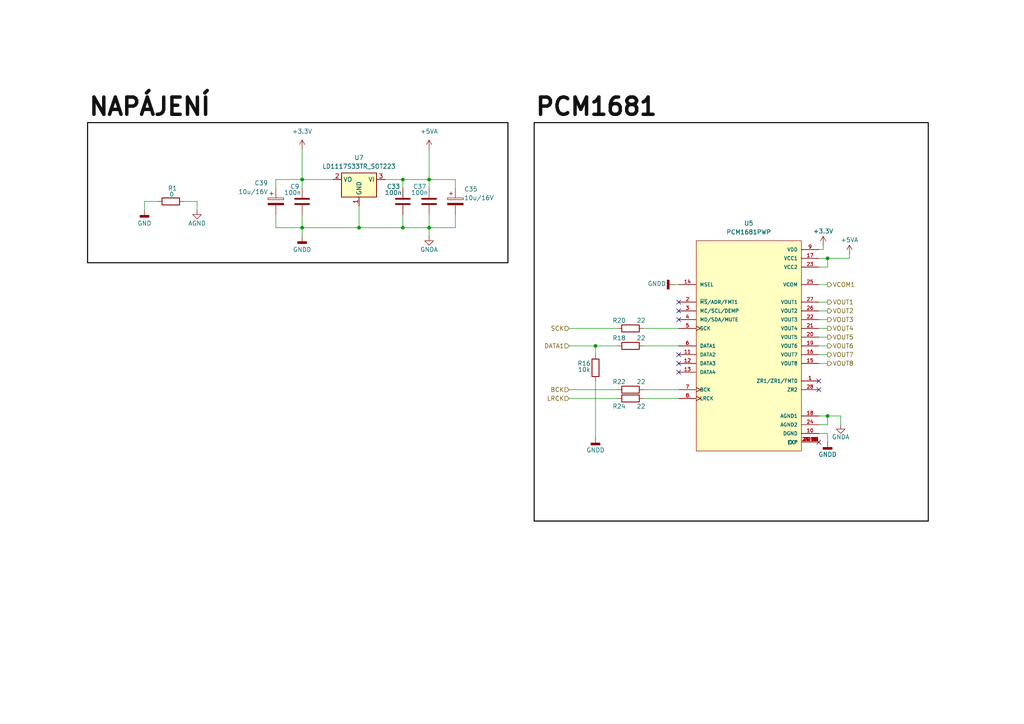
<source format=kicad_sch>
(kicad_sch
	(version 20250114)
	(generator "eeschema")
	(generator_version "9.0")
	(uuid "36c9cadd-c5b1-4d20-8318-386ea53647fa")
	(paper "A4")
	(title_block
		(title "SP")
		(rev "v1")
		(company "Jakub Raimr")
	)
	(lib_symbols
		(symbol "Device:C"
			(pin_numbers
				(hide yes)
			)
			(pin_names
				(offset 0.254)
			)
			(exclude_from_sim no)
			(in_bom yes)
			(on_board yes)
			(property "Reference" "C"
				(at 0.635 2.54 0)
				(effects
					(font
						(size 1.27 1.27)
					)
					(justify left)
				)
			)
			(property "Value" "C"
				(at 0.635 -2.54 0)
				(effects
					(font
						(size 1.27 1.27)
					)
					(justify left)
				)
			)
			(property "Footprint" ""
				(at 0.9652 -3.81 0)
				(effects
					(font
						(size 1.27 1.27)
					)
					(hide yes)
				)
			)
			(property "Datasheet" "~"
				(at 0 0 0)
				(effects
					(font
						(size 1.27 1.27)
					)
					(hide yes)
				)
			)
			(property "Description" "Unpolarized capacitor"
				(at 0 0 0)
				(effects
					(font
						(size 1.27 1.27)
					)
					(hide yes)
				)
			)
			(property "ki_keywords" "cap capacitor"
				(at 0 0 0)
				(effects
					(font
						(size 1.27 1.27)
					)
					(hide yes)
				)
			)
			(property "ki_fp_filters" "C_*"
				(at 0 0 0)
				(effects
					(font
						(size 1.27 1.27)
					)
					(hide yes)
				)
			)
			(symbol "C_0_1"
				(polyline
					(pts
						(xy -2.032 0.762) (xy 2.032 0.762)
					)
					(stroke
						(width 0.508)
						(type default)
					)
					(fill
						(type none)
					)
				)
				(polyline
					(pts
						(xy -2.032 -0.762) (xy 2.032 -0.762)
					)
					(stroke
						(width 0.508)
						(type default)
					)
					(fill
						(type none)
					)
				)
			)
			(symbol "C_1_1"
				(pin passive line
					(at 0 3.81 270)
					(length 2.794)
					(name "~"
						(effects
							(font
								(size 1.27 1.27)
							)
						)
					)
					(number "1"
						(effects
							(font
								(size 1.27 1.27)
							)
						)
					)
				)
				(pin passive line
					(at 0 -3.81 90)
					(length 2.794)
					(name "~"
						(effects
							(font
								(size 1.27 1.27)
							)
						)
					)
					(number "2"
						(effects
							(font
								(size 1.27 1.27)
							)
						)
					)
				)
			)
			(embedded_fonts no)
		)
		(symbol "Device:C_Polarized"
			(pin_numbers
				(hide yes)
			)
			(pin_names
				(offset 0.254)
			)
			(exclude_from_sim no)
			(in_bom yes)
			(on_board yes)
			(property "Reference" "C"
				(at 0.635 2.54 0)
				(effects
					(font
						(size 1.27 1.27)
					)
					(justify left)
				)
			)
			(property "Value" "C_Polarized"
				(at 0.635 -2.54 0)
				(effects
					(font
						(size 1.27 1.27)
					)
					(justify left)
				)
			)
			(property "Footprint" ""
				(at 0.9652 -3.81 0)
				(effects
					(font
						(size 1.27 1.27)
					)
					(hide yes)
				)
			)
			(property "Datasheet" "~"
				(at 0 0 0)
				(effects
					(font
						(size 1.27 1.27)
					)
					(hide yes)
				)
			)
			(property "Description" "Polarized capacitor"
				(at 0 0 0)
				(effects
					(font
						(size 1.27 1.27)
					)
					(hide yes)
				)
			)
			(property "ki_keywords" "cap capacitor"
				(at 0 0 0)
				(effects
					(font
						(size 1.27 1.27)
					)
					(hide yes)
				)
			)
			(property "ki_fp_filters" "CP_*"
				(at 0 0 0)
				(effects
					(font
						(size 1.27 1.27)
					)
					(hide yes)
				)
			)
			(symbol "C_Polarized_0_1"
				(rectangle
					(start -2.286 0.508)
					(end 2.286 1.016)
					(stroke
						(width 0)
						(type default)
					)
					(fill
						(type none)
					)
				)
				(polyline
					(pts
						(xy -1.778 2.286) (xy -0.762 2.286)
					)
					(stroke
						(width 0)
						(type default)
					)
					(fill
						(type none)
					)
				)
				(polyline
					(pts
						(xy -1.27 2.794) (xy -1.27 1.778)
					)
					(stroke
						(width 0)
						(type default)
					)
					(fill
						(type none)
					)
				)
				(rectangle
					(start 2.286 -0.508)
					(end -2.286 -1.016)
					(stroke
						(width 0)
						(type default)
					)
					(fill
						(type outline)
					)
				)
			)
			(symbol "C_Polarized_1_1"
				(pin passive line
					(at 0 3.81 270)
					(length 2.794)
					(name "~"
						(effects
							(font
								(size 1.27 1.27)
							)
						)
					)
					(number "1"
						(effects
							(font
								(size 1.27 1.27)
							)
						)
					)
				)
				(pin passive line
					(at 0 -3.81 90)
					(length 2.794)
					(name "~"
						(effects
							(font
								(size 1.27 1.27)
							)
						)
					)
					(number "2"
						(effects
							(font
								(size 1.27 1.27)
							)
						)
					)
				)
			)
			(embedded_fonts no)
		)
		(symbol "Device:R"
			(pin_numbers
				(hide yes)
			)
			(pin_names
				(offset 0)
			)
			(exclude_from_sim no)
			(in_bom yes)
			(on_board yes)
			(property "Reference" "R"
				(at 2.032 0 90)
				(effects
					(font
						(size 1.27 1.27)
					)
				)
			)
			(property "Value" "R"
				(at 0 0 90)
				(effects
					(font
						(size 1.27 1.27)
					)
				)
			)
			(property "Footprint" ""
				(at -1.778 0 90)
				(effects
					(font
						(size 1.27 1.27)
					)
					(hide yes)
				)
			)
			(property "Datasheet" "~"
				(at 0 0 0)
				(effects
					(font
						(size 1.27 1.27)
					)
					(hide yes)
				)
			)
			(property "Description" "Resistor"
				(at 0 0 0)
				(effects
					(font
						(size 1.27 1.27)
					)
					(hide yes)
				)
			)
			(property "ki_keywords" "R res resistor"
				(at 0 0 0)
				(effects
					(font
						(size 1.27 1.27)
					)
					(hide yes)
				)
			)
			(property "ki_fp_filters" "R_*"
				(at 0 0 0)
				(effects
					(font
						(size 1.27 1.27)
					)
					(hide yes)
				)
			)
			(symbol "R_0_1"
				(rectangle
					(start -1.016 -2.54)
					(end 1.016 2.54)
					(stroke
						(width 0.254)
						(type default)
					)
					(fill
						(type none)
					)
				)
			)
			(symbol "R_1_1"
				(pin passive line
					(at 0 3.81 270)
					(length 1.27)
					(name "~"
						(effects
							(font
								(size 1.27 1.27)
							)
						)
					)
					(number "1"
						(effects
							(font
								(size 1.27 1.27)
							)
						)
					)
				)
				(pin passive line
					(at 0 -3.81 90)
					(length 1.27)
					(name "~"
						(effects
							(font
								(size 1.27 1.27)
							)
						)
					)
					(number "2"
						(effects
							(font
								(size 1.27 1.27)
							)
						)
					)
				)
			)
			(embedded_fonts no)
		)
		(symbol "PCM1681PWP:PCM1681PWP"
			(pin_names
				(offset 1.016)
			)
			(exclude_from_sim no)
			(in_bom yes)
			(on_board yes)
			(property "Reference" "U"
				(at -15.24 33.02 0)
				(effects
					(font
						(size 1.27 1.27)
					)
					(justify left bottom)
				)
			)
			(property "Value" "PCM1681PWP"
				(at -15.24 -35.56 0)
				(effects
					(font
						(size 1.27 1.27)
					)
					(justify left bottom)
				)
			)
			(property "Footprint" "PCM1681PWP:SOP65P640X120-29N"
				(at 0 0 0)
				(effects
					(font
						(size 1.27 1.27)
					)
					(justify bottom)
					(hide yes)
				)
			)
			(property "Datasheet" ""
				(at 0 0 0)
				(effects
					(font
						(size 1.27 1.27)
					)
					(hide yes)
				)
			)
			(property "Description" ""
				(at 0 0 0)
				(effects
					(font
						(size 1.27 1.27)
					)
					(hide yes)
				)
			)
			(property "L1_NOM" ""
				(at 0 0 0)
				(effects
					(font
						(size 1.27 1.27)
					)
					(justify bottom)
					(hide yes)
				)
			)
			(property "SNAPEDA_PACKAGE_ID" ""
				(at 0 0 0)
				(effects
					(font
						(size 1.27 1.27)
					)
					(justify bottom)
					(hide yes)
				)
			)
			(property "B_NOM" "0.245"
				(at 0 0 0)
				(effects
					(font
						(size 1.27 1.27)
					)
					(justify bottom)
					(hide yes)
				)
			)
			(property "EMAX" ""
				(at 0 0 0)
				(effects
					(font
						(size 1.27 1.27)
					)
					(justify bottom)
					(hide yes)
				)
			)
			(property "VACANCIES" ""
				(at 0 0 0)
				(effects
					(font
						(size 1.27 1.27)
					)
					(justify bottom)
					(hide yes)
				)
			)
			(property "PACKAGE_TYPE" ""
				(at 0 0 0)
				(effects
					(font
						(size 1.27 1.27)
					)
					(justify bottom)
					(hide yes)
				)
			)
			(property "D1_NOM" ""
				(at 0 0 0)
				(effects
					(font
						(size 1.27 1.27)
					)
					(justify bottom)
					(hide yes)
				)
			)
			(property "E1_NOM" "4.4"
				(at 0 0 0)
				(effects
					(font
						(size 1.27 1.27)
					)
					(justify bottom)
					(hide yes)
				)
			)
			(property "E2_MAX" "3.77"
				(at 0 0 0)
				(effects
					(font
						(size 1.27 1.27)
					)
					(justify bottom)
					(hide yes)
				)
			)
			(property "B_MIN" "0.19"
				(at 0 0 0)
				(effects
					(font
						(size 1.27 1.27)
					)
					(justify bottom)
					(hide yes)
				)
			)
			(property "E1_MIN" "4.3"
				(at 0 0 0)
				(effects
					(font
						(size 1.27 1.27)
					)
					(justify bottom)
					(hide yes)
				)
			)
			(property "DigiKey_Part_Number" "296-23129-5-ND"
				(at 0 0 0)
				(effects
					(font
						(size 1.27 1.27)
					)
					(justify bottom)
					(hide yes)
				)
			)
			(property "L1_MIN" ""
				(at 0 0 0)
				(effects
					(font
						(size 1.27 1.27)
					)
					(justify bottom)
					(hide yes)
				)
			)
			(property "B_MAX" "0.3"
				(at 0 0 0)
				(effects
					(font
						(size 1.27 1.27)
					)
					(justify bottom)
					(hide yes)
				)
			)
			(property "Description_1" "105dB SNR 8-Channel Audio DAC with TDM Mode"
				(at 0 0 0)
				(effects
					(font
						(size 1.27 1.27)
					)
					(justify bottom)
					(hide yes)
				)
			)
			(property "EMIN" ""
				(at 0 0 0)
				(effects
					(font
						(size 1.27 1.27)
					)
					(justify bottom)
					(hide yes)
				)
			)
			(property "D2_MAX" "9.7"
				(at 0 0 0)
				(effects
					(font
						(size 1.27 1.27)
					)
					(justify bottom)
					(hide yes)
				)
			)
			(property "ENOM" "0.65"
				(at 0 0 0)
				(effects
					(font
						(size 1.27 1.27)
					)
					(justify bottom)
					(hide yes)
				)
			)
			(property "D_NOM" "9.7"
				(at 0 0 0)
				(effects
					(font
						(size 1.27 1.27)
					)
					(justify bottom)
					(hide yes)
				)
			)
			(property "D_MAX" "9.8"
				(at 0 0 0)
				(effects
					(font
						(size 1.27 1.27)
					)
					(justify bottom)
					(hide yes)
				)
			)
			(property "L_MAX" "0.75"
				(at 0 0 0)
				(effects
					(font
						(size 1.27 1.27)
					)
					(justify bottom)
					(hide yes)
				)
			)
			(property "A_MAX" "1.2"
				(at 0 0 0)
				(effects
					(font
						(size 1.27 1.27)
					)
					(justify bottom)
					(hide yes)
				)
			)
			(property "D1_MAX" ""
				(at 0 0 0)
				(effects
					(font
						(size 1.27 1.27)
					)
					(justify bottom)
					(hide yes)
				)
			)
			(property "Package" "HTSSOP-28 Texas Instruments"
				(at 0 0 0)
				(effects
					(font
						(size 1.27 1.27)
					)
					(justify bottom)
					(hide yes)
				)
			)
			(property "L1_MAX" ""
				(at 0 0 0)
				(effects
					(font
						(size 1.27 1.27)
					)
					(justify bottom)
					(hide yes)
				)
			)
			(property "D1_MIN" ""
				(at 0 0 0)
				(effects
					(font
						(size 1.27 1.27)
					)
					(justify bottom)
					(hide yes)
				)
			)
			(property "A_NOM" "1.2"
				(at 0 0 0)
				(effects
					(font
						(size 1.27 1.27)
					)
					(justify bottom)
					(hide yes)
				)
			)
			(property "Check_prices" "https://www.snapeda.com/parts/PCM1681PWP/Texas+Instruments/view-part/?ref=eda"
				(at 0 0 0)
				(effects
					(font
						(size 1.27 1.27)
					)
					(justify bottom)
					(hide yes)
				)
			)
			(property "A_MIN" "1.2"
				(at 0 0 0)
				(effects
					(font
						(size 1.27 1.27)
					)
					(justify bottom)
					(hide yes)
				)
			)
			(property "STANDARD" "IPC 7351B"
				(at 0 0 0)
				(effects
					(font
						(size 1.27 1.27)
					)
					(justify bottom)
					(hide yes)
				)
			)
			(property "PARTREV" "C"
				(at 0 0 0)
				(effects
					(font
						(size 1.27 1.27)
					)
					(justify bottom)
					(hide yes)
				)
			)
			(property "DNOM" ""
				(at 0 0 0)
				(effects
					(font
						(size 1.27 1.27)
					)
					(justify bottom)
					(hide yes)
				)
			)
			(property "MF" "Texas Instruments"
				(at 0 0 0)
				(effects
					(font
						(size 1.27 1.27)
					)
					(justify bottom)
					(hide yes)
				)
			)
			(property "DMIN" ""
				(at 0 0 0)
				(effects
					(font
						(size 1.27 1.27)
					)
					(justify bottom)
					(hide yes)
				)
			)
			(property "E_NOM" "6.4"
				(at 0 0 0)
				(effects
					(font
						(size 1.27 1.27)
					)
					(justify bottom)
					(hide yes)
				)
			)
			(property "DMAX" ""
				(at 0 0 0)
				(effects
					(font
						(size 1.27 1.27)
					)
					(justify bottom)
					(hide yes)
				)
			)
			(property "PIN_COUNT" "28.0"
				(at 0 0 0)
				(effects
					(font
						(size 1.27 1.27)
					)
					(justify bottom)
					(hide yes)
				)
			)
			(property "L_NOM" "0.625"
				(at 0 0 0)
				(effects
					(font
						(size 1.27 1.27)
					)
					(justify bottom)
					(hide yes)
				)
			)
			(property "MANUFACTURER" "Texas Instruments"
				(at 0 0 0)
				(effects
					(font
						(size 1.27 1.27)
					)
					(justify bottom)
					(hide yes)
				)
			)
			(property "SnapEDA_Link" "https://www.snapeda.com/parts/PCM1681PWP/Texas+Instruments/view-part/?ref=snap"
				(at 0 0 0)
				(effects
					(font
						(size 1.27 1.27)
					)
					(justify bottom)
					(hide yes)
				)
			)
			(property "MAXIMUM_PACKAGE_HEIGHT" "1.2mm"
				(at 0 0 0)
				(effects
					(font
						(size 1.27 1.27)
					)
					(justify bottom)
					(hide yes)
				)
			)
			(property "A1_MIN" "0.05"
				(at 0 0 0)
				(effects
					(font
						(size 1.27 1.27)
					)
					(justify bottom)
					(hide yes)
				)
			)
			(property "E1_MAX" "4.5"
				(at 0 0 0)
				(effects
					(font
						(size 1.27 1.27)
					)
					(justify bottom)
					(hide yes)
				)
			)
			(property "E_MIN" "6.2"
				(at 0 0 0)
				(effects
					(font
						(size 1.27 1.27)
					)
					(justify bottom)
					(hide yes)
				)
			)
			(property "D_MIN" "9.6"
				(at 0 0 0)
				(effects
					(font
						(size 1.27 1.27)
					)
					(justify bottom)
					(hide yes)
				)
			)
			(property "MP" "PCM1681PWP"
				(at 0 0 0)
				(effects
					(font
						(size 1.27 1.27)
					)
					(justify bottom)
					(hide yes)
				)
			)
			(property "PINS" ""
				(at 0 0 0)
				(effects
					(font
						(size 1.27 1.27)
					)
					(justify bottom)
					(hide yes)
				)
			)
			(property "L_MIN" "0.5"
				(at 0 0 0)
				(effects
					(font
						(size 1.27 1.27)
					)
					(justify bottom)
					(hide yes)
				)
			)
			(property "E_MAX" "6.6"
				(at 0 0 0)
				(effects
					(font
						(size 1.27 1.27)
					)
					(justify bottom)
					(hide yes)
				)
			)
			(symbol "PCM1681PWP_0_0"
				(rectangle
					(start -15.24 -30.48)
					(end 15.24 30.48)
					(stroke
						(width 0.1524)
						(type default)
					)
					(fill
						(type background)
					)
				)
				(pin input line
					(at -20.32 17.78 0)
					(length 5.08)
					(name "MSEL"
						(effects
							(font
								(size 1.016 1.016)
							)
						)
					)
					(number "14"
						(effects
							(font
								(size 1.016 1.016)
							)
						)
					)
				)
				(pin input line
					(at -20.32 12.7 0)
					(length 5.08)
					(name "~{MS}/ADR/FMT1"
						(effects
							(font
								(size 1.016 1.016)
							)
						)
					)
					(number "2"
						(effects
							(font
								(size 1.016 1.016)
							)
						)
					)
				)
				(pin input line
					(at -20.32 10.16 0)
					(length 5.08)
					(name "MC/SCL/DEMP"
						(effects
							(font
								(size 1.016 1.016)
							)
						)
					)
					(number "3"
						(effects
							(font
								(size 1.016 1.016)
							)
						)
					)
				)
				(pin bidirectional line
					(at -20.32 7.62 0)
					(length 5.08)
					(name "MD/SDA/MUTE"
						(effects
							(font
								(size 1.016 1.016)
							)
						)
					)
					(number "4"
						(effects
							(font
								(size 1.016 1.016)
							)
						)
					)
				)
				(pin input clock
					(at -20.32 5.08 0)
					(length 5.08)
					(name "SCK"
						(effects
							(font
								(size 1.016 1.016)
							)
						)
					)
					(number "5"
						(effects
							(font
								(size 1.016 1.016)
							)
						)
					)
				)
				(pin input line
					(at -20.32 0 0)
					(length 5.08)
					(name "DATA1"
						(effects
							(font
								(size 1.016 1.016)
							)
						)
					)
					(number "6"
						(effects
							(font
								(size 1.016 1.016)
							)
						)
					)
				)
				(pin input line
					(at -20.32 -2.54 0)
					(length 5.08)
					(name "DATA2"
						(effects
							(font
								(size 1.016 1.016)
							)
						)
					)
					(number "11"
						(effects
							(font
								(size 1.016 1.016)
							)
						)
					)
				)
				(pin input line
					(at -20.32 -5.08 0)
					(length 5.08)
					(name "DATA3"
						(effects
							(font
								(size 1.016 1.016)
							)
						)
					)
					(number "12"
						(effects
							(font
								(size 1.016 1.016)
							)
						)
					)
				)
				(pin input line
					(at -20.32 -7.62 0)
					(length 5.08)
					(name "DATA4"
						(effects
							(font
								(size 1.016 1.016)
							)
						)
					)
					(number "13"
						(effects
							(font
								(size 1.016 1.016)
							)
						)
					)
				)
				(pin input clock
					(at -20.32 -12.7 0)
					(length 5.08)
					(name "BCK"
						(effects
							(font
								(size 1.016 1.016)
							)
						)
					)
					(number "7"
						(effects
							(font
								(size 1.016 1.016)
							)
						)
					)
				)
				(pin input clock
					(at -20.32 -15.24 0)
					(length 5.08)
					(name "LRCK"
						(effects
							(font
								(size 1.016 1.016)
							)
						)
					)
					(number "8"
						(effects
							(font
								(size 1.016 1.016)
							)
						)
					)
				)
				(pin power_in line
					(at 20.32 27.94 180)
					(length 5.08)
					(name "VDD"
						(effects
							(font
								(size 1.016 1.016)
							)
						)
					)
					(number "9"
						(effects
							(font
								(size 1.016 1.016)
							)
						)
					)
				)
				(pin power_in line
					(at 20.32 25.4 180)
					(length 5.08)
					(name "VCC1"
						(effects
							(font
								(size 1.016 1.016)
							)
						)
					)
					(number "17"
						(effects
							(font
								(size 1.016 1.016)
							)
						)
					)
				)
				(pin power_in line
					(at 20.32 22.86 180)
					(length 5.08)
					(name "VCC2"
						(effects
							(font
								(size 1.016 1.016)
							)
						)
					)
					(number "23"
						(effects
							(font
								(size 1.016 1.016)
							)
						)
					)
				)
				(pin output line
					(at 20.32 17.78 180)
					(length 5.08)
					(name "VCOM"
						(effects
							(font
								(size 1.016 1.016)
							)
						)
					)
					(number "25"
						(effects
							(font
								(size 1.016 1.016)
							)
						)
					)
				)
				(pin output line
					(at 20.32 12.7 180)
					(length 5.08)
					(name "VOUT1"
						(effects
							(font
								(size 1.016 1.016)
							)
						)
					)
					(number "27"
						(effects
							(font
								(size 1.016 1.016)
							)
						)
					)
				)
				(pin output line
					(at 20.32 10.16 180)
					(length 5.08)
					(name "VOUT2"
						(effects
							(font
								(size 1.016 1.016)
							)
						)
					)
					(number "26"
						(effects
							(font
								(size 1.016 1.016)
							)
						)
					)
				)
				(pin output line
					(at 20.32 7.62 180)
					(length 5.08)
					(name "VOUT3"
						(effects
							(font
								(size 1.016 1.016)
							)
						)
					)
					(number "22"
						(effects
							(font
								(size 1.016 1.016)
							)
						)
					)
				)
				(pin output line
					(at 20.32 5.08 180)
					(length 5.08)
					(name "VOUT4"
						(effects
							(font
								(size 1.016 1.016)
							)
						)
					)
					(number "21"
						(effects
							(font
								(size 1.016 1.016)
							)
						)
					)
				)
				(pin output line
					(at 20.32 2.54 180)
					(length 5.08)
					(name "VOUT5"
						(effects
							(font
								(size 1.016 1.016)
							)
						)
					)
					(number "20"
						(effects
							(font
								(size 1.016 1.016)
							)
						)
					)
				)
				(pin output line
					(at 20.32 0 180)
					(length 5.08)
					(name "VOUT6"
						(effects
							(font
								(size 1.016 1.016)
							)
						)
					)
					(number "19"
						(effects
							(font
								(size 1.016 1.016)
							)
						)
					)
				)
				(pin output line
					(at 20.32 -2.54 180)
					(length 5.08)
					(name "VOUT7"
						(effects
							(font
								(size 1.016 1.016)
							)
						)
					)
					(number "16"
						(effects
							(font
								(size 1.016 1.016)
							)
						)
					)
				)
				(pin output line
					(at 20.32 -5.08 180)
					(length 5.08)
					(name "VOUT8"
						(effects
							(font
								(size 1.016 1.016)
							)
						)
					)
					(number "15"
						(effects
							(font
								(size 1.016 1.016)
							)
						)
					)
				)
				(pin bidirectional line
					(at 20.32 -10.16 180)
					(length 5.08)
					(name "ZR1/ZR1/FMT0"
						(effects
							(font
								(size 1.016 1.016)
							)
						)
					)
					(number "1"
						(effects
							(font
								(size 1.016 1.016)
							)
						)
					)
				)
				(pin output line
					(at 20.32 -12.7 180)
					(length 5.08)
					(name "ZR2"
						(effects
							(font
								(size 1.016 1.016)
							)
						)
					)
					(number "28"
						(effects
							(font
								(size 1.016 1.016)
							)
						)
					)
				)
				(pin power_in line
					(at 20.32 -20.32 180)
					(length 5.08)
					(name "AGND1"
						(effects
							(font
								(size 1.016 1.016)
							)
						)
					)
					(number "18"
						(effects
							(font
								(size 1.016 1.016)
							)
						)
					)
				)
				(pin power_in line
					(at 20.32 -22.86 180)
					(length 5.08)
					(name "AGND2"
						(effects
							(font
								(size 1.016 1.016)
							)
						)
					)
					(number "24"
						(effects
							(font
								(size 1.016 1.016)
							)
						)
					)
				)
				(pin power_in line
					(at 20.32 -25.4 180)
					(length 5.08)
					(name "DGND"
						(effects
							(font
								(size 1.016 1.016)
							)
						)
					)
					(number "10"
						(effects
							(font
								(size 1.016 1.016)
							)
						)
					)
				)
				(pin power_in line
					(at 20.32 -27.94 180)
					(length 5.08)
					(name "EXP"
						(effects
							(font
								(size 1.016 1.016)
							)
						)
					)
					(number "29"
						(effects
							(font
								(size 1.016 1.016)
							)
						)
					)
				)
				(pin power_in line
					(at 20.32 -27.94 180)
					(length 5.08)
					(name "EXP"
						(effects
							(font
								(size 1.016 1.016)
							)
						)
					)
					(number "29_1"
						(effects
							(font
								(size 1.016 1.016)
							)
						)
					)
				)
				(pin power_in line
					(at 20.32 -27.94 180)
					(length 5.08)
					(name "EXP"
						(effects
							(font
								(size 1.016 1.016)
							)
						)
					)
					(number "29_10"
						(effects
							(font
								(size 1.016 1.016)
							)
						)
					)
				)
				(pin power_in line
					(at 20.32 -27.94 180)
					(length 5.08)
					(name "EXP"
						(effects
							(font
								(size 1.016 1.016)
							)
						)
					)
					(number "29_11"
						(effects
							(font
								(size 1.016 1.016)
							)
						)
					)
				)
				(pin power_in line
					(at 20.32 -27.94 180)
					(length 5.08)
					(name "EXP"
						(effects
							(font
								(size 1.016 1.016)
							)
						)
					)
					(number "29_12"
						(effects
							(font
								(size 1.016 1.016)
							)
						)
					)
				)
				(pin power_in line
					(at 20.32 -27.94 180)
					(length 5.08)
					(name "EXP"
						(effects
							(font
								(size 1.016 1.016)
							)
						)
					)
					(number "29_13"
						(effects
							(font
								(size 1.016 1.016)
							)
						)
					)
				)
				(pin power_in line
					(at 20.32 -27.94 180)
					(length 5.08)
					(name "EXP"
						(effects
							(font
								(size 1.016 1.016)
							)
						)
					)
					(number "29_14"
						(effects
							(font
								(size 1.016 1.016)
							)
						)
					)
				)
				(pin power_in line
					(at 20.32 -27.94 180)
					(length 5.08)
					(name "EXP"
						(effects
							(font
								(size 1.016 1.016)
							)
						)
					)
					(number "29_15"
						(effects
							(font
								(size 1.016 1.016)
							)
						)
					)
				)
				(pin power_in line
					(at 20.32 -27.94 180)
					(length 5.08)
					(name "EXP"
						(effects
							(font
								(size 1.016 1.016)
							)
						)
					)
					(number "29_16"
						(effects
							(font
								(size 1.016 1.016)
							)
						)
					)
				)
				(pin power_in line
					(at 20.32 -27.94 180)
					(length 5.08)
					(name "EXP"
						(effects
							(font
								(size 1.016 1.016)
							)
						)
					)
					(number "29_17"
						(effects
							(font
								(size 1.016 1.016)
							)
						)
					)
				)
				(pin power_in line
					(at 20.32 -27.94 180)
					(length 5.08)
					(name "EXP"
						(effects
							(font
								(size 1.016 1.016)
							)
						)
					)
					(number "29_18"
						(effects
							(font
								(size 1.016 1.016)
							)
						)
					)
				)
				(pin power_in line
					(at 20.32 -27.94 180)
					(length 5.08)
					(name "EXP"
						(effects
							(font
								(size 1.016 1.016)
							)
						)
					)
					(number "29_19"
						(effects
							(font
								(size 1.016 1.016)
							)
						)
					)
				)
				(pin power_in line
					(at 20.32 -27.94 180)
					(length 5.08)
					(name "EXP"
						(effects
							(font
								(size 1.016 1.016)
							)
						)
					)
					(number "29_2"
						(effects
							(font
								(size 1.016 1.016)
							)
						)
					)
				)
				(pin power_in line
					(at 20.32 -27.94 180)
					(length 5.08)
					(name "EXP"
						(effects
							(font
								(size 1.016 1.016)
							)
						)
					)
					(number "29_20"
						(effects
							(font
								(size 1.016 1.016)
							)
						)
					)
				)
				(pin power_in line
					(at 20.32 -27.94 180)
					(length 5.08)
					(name "EXP"
						(effects
							(font
								(size 1.016 1.016)
							)
						)
					)
					(number "29_21"
						(effects
							(font
								(size 1.016 1.016)
							)
						)
					)
				)
				(pin power_in line
					(at 20.32 -27.94 180)
					(length 5.08)
					(name "EXP"
						(effects
							(font
								(size 1.016 1.016)
							)
						)
					)
					(number "29_3"
						(effects
							(font
								(size 1.016 1.016)
							)
						)
					)
				)
				(pin power_in line
					(at 20.32 -27.94 180)
					(length 5.08)
					(name "EXP"
						(effects
							(font
								(size 1.016 1.016)
							)
						)
					)
					(number "29_4"
						(effects
							(font
								(size 1.016 1.016)
							)
						)
					)
				)
				(pin power_in line
					(at 20.32 -27.94 180)
					(length 5.08)
					(name "EXP"
						(effects
							(font
								(size 1.016 1.016)
							)
						)
					)
					(number "29_5"
						(effects
							(font
								(size 1.016 1.016)
							)
						)
					)
				)
				(pin power_in line
					(at 20.32 -27.94 180)
					(length 5.08)
					(name "EXP"
						(effects
							(font
								(size 1.016 1.016)
							)
						)
					)
					(number "29_6"
						(effects
							(font
								(size 1.016 1.016)
							)
						)
					)
				)
				(pin power_in line
					(at 20.32 -27.94 180)
					(length 5.08)
					(name "EXP"
						(effects
							(font
								(size 1.016 1.016)
							)
						)
					)
					(number "29_7"
						(effects
							(font
								(size 1.016 1.016)
							)
						)
					)
				)
				(pin power_in line
					(at 20.32 -27.94 180)
					(length 5.08)
					(name "EXP"
						(effects
							(font
								(size 1.016 1.016)
							)
						)
					)
					(number "29_8"
						(effects
							(font
								(size 1.016 1.016)
							)
						)
					)
				)
				(pin power_in line
					(at 20.32 -27.94 180)
					(length 5.08)
					(name "EXP"
						(effects
							(font
								(size 1.016 1.016)
							)
						)
					)
					(number "29_9"
						(effects
							(font
								(size 1.016 1.016)
							)
						)
					)
				)
			)
			(embedded_fonts no)
		)
		(symbol "Regulator_Linear:LD1117S33TR_SOT223"
			(exclude_from_sim no)
			(in_bom yes)
			(on_board yes)
			(property "Reference" "U"
				(at -3.81 3.175 0)
				(effects
					(font
						(size 1.27 1.27)
					)
				)
			)
			(property "Value" "LD1117S33TR_SOT223"
				(at 0 3.175 0)
				(effects
					(font
						(size 1.27 1.27)
					)
					(justify left)
				)
			)
			(property "Footprint" "Package_TO_SOT_SMD:SOT-223-3_TabPin2"
				(at 0 5.08 0)
				(effects
					(font
						(size 1.27 1.27)
					)
					(hide yes)
				)
			)
			(property "Datasheet" "http://www.st.com/st-web-ui/static/active/en/resource/technical/document/datasheet/CD00000544.pdf"
				(at 2.54 -6.35 0)
				(effects
					(font
						(size 1.27 1.27)
					)
					(hide yes)
				)
			)
			(property "Description" "800mA Fixed Low Drop Positive Voltage Regulator, Fixed Output 3.3V, SOT-223"
				(at 0 0 0)
				(effects
					(font
						(size 1.27 1.27)
					)
					(hide yes)
				)
			)
			(property "ki_keywords" "REGULATOR LDO 3.3V"
				(at 0 0 0)
				(effects
					(font
						(size 1.27 1.27)
					)
					(hide yes)
				)
			)
			(property "ki_fp_filters" "SOT?223*TabPin2*"
				(at 0 0 0)
				(effects
					(font
						(size 1.27 1.27)
					)
					(hide yes)
				)
			)
			(symbol "LD1117S33TR_SOT223_0_1"
				(rectangle
					(start -5.08 -5.08)
					(end 5.08 1.905)
					(stroke
						(width 0.254)
						(type default)
					)
					(fill
						(type background)
					)
				)
			)
			(symbol "LD1117S33TR_SOT223_1_1"
				(pin power_in line
					(at -7.62 0 0)
					(length 2.54)
					(name "VI"
						(effects
							(font
								(size 1.27 1.27)
							)
						)
					)
					(number "3"
						(effects
							(font
								(size 1.27 1.27)
							)
						)
					)
				)
				(pin power_in line
					(at 0 -7.62 90)
					(length 2.54)
					(name "GND"
						(effects
							(font
								(size 1.27 1.27)
							)
						)
					)
					(number "1"
						(effects
							(font
								(size 1.27 1.27)
							)
						)
					)
				)
				(pin power_out line
					(at 7.62 0 180)
					(length 2.54)
					(name "VO"
						(effects
							(font
								(size 1.27 1.27)
							)
						)
					)
					(number "2"
						(effects
							(font
								(size 1.27 1.27)
							)
						)
					)
				)
			)
			(embedded_fonts no)
		)
		(symbol "power:+3.3V"
			(power)
			(pin_numbers
				(hide yes)
			)
			(pin_names
				(offset 0)
				(hide yes)
			)
			(exclude_from_sim no)
			(in_bom yes)
			(on_board yes)
			(property "Reference" "#PWR"
				(at 0 -3.81 0)
				(effects
					(font
						(size 1.27 1.27)
					)
					(hide yes)
				)
			)
			(property "Value" "+3.3V"
				(at 0 3.556 0)
				(effects
					(font
						(size 1.27 1.27)
					)
				)
			)
			(property "Footprint" ""
				(at 0 0 0)
				(effects
					(font
						(size 1.27 1.27)
					)
					(hide yes)
				)
			)
			(property "Datasheet" ""
				(at 0 0 0)
				(effects
					(font
						(size 1.27 1.27)
					)
					(hide yes)
				)
			)
			(property "Description" "Power symbol creates a global label with name \"+3.3V\""
				(at 0 0 0)
				(effects
					(font
						(size 1.27 1.27)
					)
					(hide yes)
				)
			)
			(property "ki_keywords" "global power"
				(at 0 0 0)
				(effects
					(font
						(size 1.27 1.27)
					)
					(hide yes)
				)
			)
			(symbol "+3.3V_0_1"
				(polyline
					(pts
						(xy -0.762 1.27) (xy 0 2.54)
					)
					(stroke
						(width 0)
						(type default)
					)
					(fill
						(type none)
					)
				)
				(polyline
					(pts
						(xy 0 2.54) (xy 0.762 1.27)
					)
					(stroke
						(width 0)
						(type default)
					)
					(fill
						(type none)
					)
				)
				(polyline
					(pts
						(xy 0 0) (xy 0 2.54)
					)
					(stroke
						(width 0)
						(type default)
					)
					(fill
						(type none)
					)
				)
			)
			(symbol "+3.3V_1_1"
				(pin power_in line
					(at 0 0 90)
					(length 0)
					(name "~"
						(effects
							(font
								(size 1.27 1.27)
							)
						)
					)
					(number "1"
						(effects
							(font
								(size 1.27 1.27)
							)
						)
					)
				)
			)
			(embedded_fonts no)
		)
		(symbol "power:+5VA"
			(power)
			(pin_numbers
				(hide yes)
			)
			(pin_names
				(offset 0)
				(hide yes)
			)
			(exclude_from_sim no)
			(in_bom yes)
			(on_board yes)
			(property "Reference" "#PWR"
				(at 0 -3.81 0)
				(effects
					(font
						(size 1.27 1.27)
					)
					(hide yes)
				)
			)
			(property "Value" "+5VA"
				(at 0 3.556 0)
				(effects
					(font
						(size 1.27 1.27)
					)
				)
			)
			(property "Footprint" ""
				(at 0 0 0)
				(effects
					(font
						(size 1.27 1.27)
					)
					(hide yes)
				)
			)
			(property "Datasheet" ""
				(at 0 0 0)
				(effects
					(font
						(size 1.27 1.27)
					)
					(hide yes)
				)
			)
			(property "Description" "Power symbol creates a global label with name \"+5VA\""
				(at 0 0 0)
				(effects
					(font
						(size 1.27 1.27)
					)
					(hide yes)
				)
			)
			(property "ki_keywords" "global power"
				(at 0 0 0)
				(effects
					(font
						(size 1.27 1.27)
					)
					(hide yes)
				)
			)
			(symbol "+5VA_0_1"
				(polyline
					(pts
						(xy -0.762 1.27) (xy 0 2.54)
					)
					(stroke
						(width 0)
						(type default)
					)
					(fill
						(type none)
					)
				)
				(polyline
					(pts
						(xy 0 2.54) (xy 0.762 1.27)
					)
					(stroke
						(width 0)
						(type default)
					)
					(fill
						(type none)
					)
				)
				(polyline
					(pts
						(xy 0 0) (xy 0 2.54)
					)
					(stroke
						(width 0)
						(type default)
					)
					(fill
						(type none)
					)
				)
			)
			(symbol "+5VA_1_1"
				(pin power_in line
					(at 0 0 90)
					(length 0)
					(name "~"
						(effects
							(font
								(size 1.27 1.27)
							)
						)
					)
					(number "1"
						(effects
							(font
								(size 1.27 1.27)
							)
						)
					)
				)
			)
			(embedded_fonts no)
		)
		(symbol "power:GNDA"
			(power)
			(pin_numbers
				(hide yes)
			)
			(pin_names
				(offset 0)
				(hide yes)
			)
			(exclude_from_sim no)
			(in_bom yes)
			(on_board yes)
			(property "Reference" "#PWR"
				(at 0 -6.35 0)
				(effects
					(font
						(size 1.27 1.27)
					)
					(hide yes)
				)
			)
			(property "Value" "GNDA"
				(at 0 -3.81 0)
				(effects
					(font
						(size 1.27 1.27)
					)
				)
			)
			(property "Footprint" ""
				(at 0 0 0)
				(effects
					(font
						(size 1.27 1.27)
					)
					(hide yes)
				)
			)
			(property "Datasheet" ""
				(at 0 0 0)
				(effects
					(font
						(size 1.27 1.27)
					)
					(hide yes)
				)
			)
			(property "Description" "Power symbol creates a global label with name \"GNDA\" , analog ground"
				(at 0 0 0)
				(effects
					(font
						(size 1.27 1.27)
					)
					(hide yes)
				)
			)
			(property "ki_keywords" "global power"
				(at 0 0 0)
				(effects
					(font
						(size 1.27 1.27)
					)
					(hide yes)
				)
			)
			(symbol "GNDA_0_1"
				(polyline
					(pts
						(xy 0 0) (xy 0 -1.27) (xy 1.27 -1.27) (xy 0 -2.54) (xy -1.27 -1.27) (xy 0 -1.27)
					)
					(stroke
						(width 0)
						(type default)
					)
					(fill
						(type none)
					)
				)
			)
			(symbol "GNDA_1_1"
				(pin power_in line
					(at 0 0 270)
					(length 0)
					(name "~"
						(effects
							(font
								(size 1.27 1.27)
							)
						)
					)
					(number "1"
						(effects
							(font
								(size 1.27 1.27)
							)
						)
					)
				)
			)
			(embedded_fonts no)
		)
		(symbol "power:GNDD"
			(power)
			(pin_numbers
				(hide yes)
			)
			(pin_names
				(offset 0)
				(hide yes)
			)
			(exclude_from_sim no)
			(in_bom yes)
			(on_board yes)
			(property "Reference" "#PWR"
				(at 0 -6.35 0)
				(effects
					(font
						(size 1.27 1.27)
					)
					(hide yes)
				)
			)
			(property "Value" "GNDD"
				(at 0 -3.175 0)
				(effects
					(font
						(size 1.27 1.27)
					)
				)
			)
			(property "Footprint" ""
				(at 0 0 0)
				(effects
					(font
						(size 1.27 1.27)
					)
					(hide yes)
				)
			)
			(property "Datasheet" ""
				(at 0 0 0)
				(effects
					(font
						(size 1.27 1.27)
					)
					(hide yes)
				)
			)
			(property "Description" "Power symbol creates a global label with name \"GNDD\" , digital ground"
				(at 0 0 0)
				(effects
					(font
						(size 1.27 1.27)
					)
					(hide yes)
				)
			)
			(property "ki_keywords" "global power"
				(at 0 0 0)
				(effects
					(font
						(size 1.27 1.27)
					)
					(hide yes)
				)
			)
			(symbol "GNDD_0_1"
				(rectangle
					(start -1.27 -1.524)
					(end 1.27 -2.032)
					(stroke
						(width 0.254)
						(type default)
					)
					(fill
						(type outline)
					)
				)
				(polyline
					(pts
						(xy 0 0) (xy 0 -1.524)
					)
					(stroke
						(width 0)
						(type default)
					)
					(fill
						(type none)
					)
				)
			)
			(symbol "GNDD_1_1"
				(pin power_in line
					(at 0 0 270)
					(length 0)
					(name "~"
						(effects
							(font
								(size 1.27 1.27)
							)
						)
					)
					(number "1"
						(effects
							(font
								(size 1.27 1.27)
							)
						)
					)
				)
			)
			(embedded_fonts no)
		)
	)
	(junction
		(at 104.14 66.04)
		(diameter 0)
		(color 0 0 0 0)
		(uuid "15956751-3409-4656-a140-676d6055aaea")
	)
	(junction
		(at 87.63 66.04)
		(diameter 0)
		(color 0 0 0 0)
		(uuid "197cb472-6a01-4d1f-8a50-36fddad2faea")
	)
	(junction
		(at 116.84 52.07)
		(diameter 0)
		(color 0 0 0 0)
		(uuid "25030477-11fd-4f66-94cd-f48ab625468b")
	)
	(junction
		(at 124.46 66.04)
		(diameter 0)
		(color 0 0 0 0)
		(uuid "4c540a31-91c1-493c-9582-c97e046379fa")
	)
	(junction
		(at 87.63 52.07)
		(diameter 0)
		(color 0 0 0 0)
		(uuid "6cd0f344-42bb-4b8f-91f0-446cbbb8bb4b")
	)
	(junction
		(at 116.84 66.04)
		(diameter 0)
		(color 0 0 0 0)
		(uuid "ace9650b-4f9e-443d-9501-f4454c2798ef")
	)
	(junction
		(at 124.46 52.07)
		(diameter 0)
		(color 0 0 0 0)
		(uuid "d434ce04-d389-48e9-9347-2836d1952bb6")
	)
	(junction
		(at 240.03 120.65)
		(diameter 0)
		(color 0 0 0 0)
		(uuid "d7dc4d3f-8a21-4c28-8938-f7043abee56c")
	)
	(junction
		(at 172.72 100.33)
		(diameter 0)
		(color 0 0 0 0)
		(uuid "deb5cacb-9782-4800-8d61-12df05840bff")
	)
	(junction
		(at 240.03 74.93)
		(diameter 0)
		(color 0 0 0 0)
		(uuid "e8177a71-bf13-434a-ad01-1d21a4b4ec2f")
	)
	(no_connect
		(at 196.85 87.63)
		(uuid "029b983a-0aac-421c-bb30-f4686e776763")
	)
	(no_connect
		(at 237.49 128.27)
		(uuid "33bde7a7-09ea-4a42-8f85-cbbb37086d85")
	)
	(no_connect
		(at 237.49 113.03)
		(uuid "357a72cb-1510-43c8-93e9-5777e013c18f")
	)
	(no_connect
		(at 196.85 107.95)
		(uuid "471e93b3-7e8d-4414-a6d9-9f89a5500618")
	)
	(no_connect
		(at 196.85 92.71)
		(uuid "70ec04b1-5bf5-4728-9cfa-c4a103fdcbbf")
	)
	(no_connect
		(at 196.85 90.17)
		(uuid "72707fab-83ae-4765-8725-e49bc3cb7bb9")
	)
	(no_connect
		(at 237.49 110.49)
		(uuid "de6c9e11-54a3-4799-b6bb-95362cdaf324")
	)
	(no_connect
		(at 196.85 105.41)
		(uuid "e46ecd08-c72e-40ce-9f2e-3f3e90991e27")
	)
	(no_connect
		(at 196.85 102.87)
		(uuid "f6bca7dd-2d01-472e-8e42-2cc7e509bfd1")
	)
	(wire
		(pts
			(xy 237.49 95.25) (xy 240.03 95.25)
		)
		(stroke
			(width 0)
			(type default)
		)
		(uuid "03b45a45-d0b8-4a01-8292-401d7cda9716")
	)
	(wire
		(pts
			(xy 237.49 82.55) (xy 240.03 82.55)
		)
		(stroke
			(width 0)
			(type default)
		)
		(uuid "06b65b2d-f00b-4fa8-9235-aa7a2ae93cc0")
	)
	(wire
		(pts
			(xy 237.49 100.33) (xy 240.03 100.33)
		)
		(stroke
			(width 0)
			(type default)
		)
		(uuid "06fac9d9-282a-4108-8de4-25dce70476e4")
	)
	(wire
		(pts
			(xy 104.14 59.69) (xy 104.14 66.04)
		)
		(stroke
			(width 0)
			(type default)
		)
		(uuid "072d2a33-1249-4a39-ae98-7550734126de")
	)
	(wire
		(pts
			(xy 243.84 120.65) (xy 243.84 123.19)
		)
		(stroke
			(width 0)
			(type default)
		)
		(uuid "0884e017-9dae-4979-8461-0f953362c35e")
	)
	(wire
		(pts
			(xy 124.46 52.07) (xy 132.08 52.07)
		)
		(stroke
			(width 0)
			(type default)
		)
		(uuid "0de08357-e286-40d0-ab45-0a08d941a7c8")
	)
	(wire
		(pts
			(xy 87.63 43.18) (xy 87.63 52.07)
		)
		(stroke
			(width 0)
			(type default)
		)
		(uuid "14d8811f-bb07-4279-b165-2b1b52730f18")
	)
	(wire
		(pts
			(xy 57.15 58.42) (xy 57.15 60.96)
		)
		(stroke
			(width 0)
			(type default)
		)
		(uuid "1787f0fd-76b8-477a-a182-2a3534e3196c")
	)
	(wire
		(pts
			(xy 237.49 90.17) (xy 240.03 90.17)
		)
		(stroke
			(width 0)
			(type default)
		)
		(uuid "1b49559f-0721-4e0e-85d3-24922b2a935a")
	)
	(wire
		(pts
			(xy 116.84 66.04) (xy 124.46 66.04)
		)
		(stroke
			(width 0)
			(type default)
		)
		(uuid "1e4c7ef8-3c27-4fd6-a885-8885742d4041")
	)
	(wire
		(pts
			(xy 240.03 120.65) (xy 243.84 120.65)
		)
		(stroke
			(width 0)
			(type default)
		)
		(uuid "21051d77-d60f-48c7-87ba-99b29e271c9a")
	)
	(wire
		(pts
			(xy 80.01 52.07) (xy 87.63 52.07)
		)
		(stroke
			(width 0)
			(type default)
		)
		(uuid "21105b2d-24d5-4fdc-a493-52f76bd75575")
	)
	(wire
		(pts
			(xy 124.46 43.18) (xy 124.46 52.07)
		)
		(stroke
			(width 0)
			(type default)
		)
		(uuid "28e313d0-9e6e-4de6-9c65-980f7a7f7a86")
	)
	(wire
		(pts
			(xy 237.49 120.65) (xy 240.03 120.65)
		)
		(stroke
			(width 0)
			(type default)
		)
		(uuid "2aef2422-d705-4b1c-99aa-757ae1be077f")
	)
	(wire
		(pts
			(xy 240.03 74.93) (xy 246.38 74.93)
		)
		(stroke
			(width 0)
			(type default)
		)
		(uuid "325eea3a-9c3a-431d-bc51-dcc1713412d5")
	)
	(wire
		(pts
			(xy 116.84 52.07) (xy 116.84 54.61)
		)
		(stroke
			(width 0)
			(type default)
		)
		(uuid "36b708e9-80ee-4248-b745-7e202cc3551a")
	)
	(wire
		(pts
			(xy 165.1 95.25) (xy 179.07 95.25)
		)
		(stroke
			(width 0)
			(type default)
		)
		(uuid "39828202-17f1-4939-a173-702b95a27e4b")
	)
	(wire
		(pts
			(xy 104.14 66.04) (xy 116.84 66.04)
		)
		(stroke
			(width 0)
			(type default)
		)
		(uuid "39d61cde-1d05-40ea-9687-59a91cede1f4")
	)
	(wire
		(pts
			(xy 237.49 105.41) (xy 240.03 105.41)
		)
		(stroke
			(width 0)
			(type default)
		)
		(uuid "39dd6dcd-a9b9-4d14-9f5e-3bfe0aa92974")
	)
	(wire
		(pts
			(xy 237.49 92.71) (xy 240.03 92.71)
		)
		(stroke
			(width 0)
			(type default)
		)
		(uuid "3bfa679b-90ae-439d-a4ea-449328fb5a5d")
	)
	(wire
		(pts
			(xy 80.01 52.07) (xy 80.01 54.61)
		)
		(stroke
			(width 0)
			(type default)
		)
		(uuid "3c157061-321c-41b9-ac7a-ddd9469cfcbd")
	)
	(wire
		(pts
			(xy 165.1 113.03) (xy 179.07 113.03)
		)
		(stroke
			(width 0)
			(type default)
		)
		(uuid "3fbc1260-0a3c-47c2-a0ff-dc94007f425d")
	)
	(wire
		(pts
			(xy 80.01 62.23) (xy 80.01 66.04)
		)
		(stroke
			(width 0)
			(type default)
		)
		(uuid "47a8213a-bc04-4010-aef1-c5e7cd077569")
	)
	(wire
		(pts
			(xy 116.84 52.07) (xy 124.46 52.07)
		)
		(stroke
			(width 0)
			(type default)
		)
		(uuid "5d8c10d6-448f-4a09-ba3a-9689b1146536")
	)
	(wire
		(pts
			(xy 87.63 66.04) (xy 104.14 66.04)
		)
		(stroke
			(width 0)
			(type default)
		)
		(uuid "5e3d2bf5-519b-48c4-8c63-51261595e0ae")
	)
	(wire
		(pts
			(xy 186.69 100.33) (xy 196.85 100.33)
		)
		(stroke
			(width 0)
			(type default)
		)
		(uuid "64093a93-423b-4e84-8ec0-6e13c8b37503")
	)
	(wire
		(pts
			(xy 80.01 66.04) (xy 87.63 66.04)
		)
		(stroke
			(width 0)
			(type default)
		)
		(uuid "647bc839-2ed6-4323-8277-6b94dae8f251")
	)
	(wire
		(pts
			(xy 237.49 72.39) (xy 238.76 72.39)
		)
		(stroke
			(width 0)
			(type default)
		)
		(uuid "703e508d-3b0d-4524-b040-b1a7175650e5")
	)
	(wire
		(pts
			(xy 246.38 73.66) (xy 246.38 74.93)
		)
		(stroke
			(width 0)
			(type default)
		)
		(uuid "717fd4a9-4179-440d-b2de-b2ca43a650d3")
	)
	(wire
		(pts
			(xy 237.49 97.79) (xy 240.03 97.79)
		)
		(stroke
			(width 0)
			(type default)
		)
		(uuid "746b2be5-83cf-4d47-b814-312c1fd957b7")
	)
	(wire
		(pts
			(xy 165.1 100.33) (xy 172.72 100.33)
		)
		(stroke
			(width 0)
			(type default)
		)
		(uuid "7a7345b2-a908-4e21-8bd9-7c90a9638965")
	)
	(wire
		(pts
			(xy 53.34 58.42) (xy 57.15 58.42)
		)
		(stroke
			(width 0)
			(type default)
		)
		(uuid "7daa8d33-6426-4a8a-9264-21da7032d0b1")
	)
	(wire
		(pts
			(xy 172.72 100.33) (xy 179.07 100.33)
		)
		(stroke
			(width 0)
			(type default)
		)
		(uuid "81805e43-5a91-496a-8cae-ec055cb05f15")
	)
	(wire
		(pts
			(xy 132.08 62.23) (xy 132.08 66.04)
		)
		(stroke
			(width 0)
			(type default)
		)
		(uuid "856d1ca4-70d8-47c4-8cd1-82231d2e4eaf")
	)
	(wire
		(pts
			(xy 172.72 110.49) (xy 172.72 127)
		)
		(stroke
			(width 0)
			(type default)
		)
		(uuid "87d76113-8986-4728-8534-dba18b35855c")
	)
	(wire
		(pts
			(xy 116.84 62.23) (xy 116.84 66.04)
		)
		(stroke
			(width 0)
			(type default)
		)
		(uuid "8821a671-3b7e-492e-b92c-439d6bbca3b7")
	)
	(wire
		(pts
			(xy 87.63 62.23) (xy 87.63 66.04)
		)
		(stroke
			(width 0)
			(type default)
		)
		(uuid "8e4ca838-52e0-4989-a7d7-a44bbf4e731f")
	)
	(wire
		(pts
			(xy 238.76 71.12) (xy 238.76 72.39)
		)
		(stroke
			(width 0)
			(type default)
		)
		(uuid "9491bd73-27dd-42a7-ba07-008d884603b3")
	)
	(wire
		(pts
			(xy 237.49 74.93) (xy 240.03 74.93)
		)
		(stroke
			(width 0)
			(type default)
		)
		(uuid "97b5e6df-52d4-4e32-90e2-2ad32bb4841a")
	)
	(wire
		(pts
			(xy 240.03 128.27) (xy 240.03 125.73)
		)
		(stroke
			(width 0)
			(type default)
		)
		(uuid "9e1c58d6-5af0-435f-903a-a90cafad44b2")
	)
	(wire
		(pts
			(xy 186.69 95.25) (xy 196.85 95.25)
		)
		(stroke
			(width 0)
			(type default)
		)
		(uuid "9e3cbdc6-7859-4e98-b588-4f190e4dc552")
	)
	(wire
		(pts
			(xy 237.49 77.47) (xy 240.03 77.47)
		)
		(stroke
			(width 0)
			(type default)
		)
		(uuid "a3aba4e3-cbc7-4a5f-bdef-7dfb87360e72")
	)
	(wire
		(pts
			(xy 172.72 100.33) (xy 172.72 102.87)
		)
		(stroke
			(width 0)
			(type default)
		)
		(uuid "a4a7acc2-16fa-4d89-b1d8-b396377e9c0f")
	)
	(wire
		(pts
			(xy 195.58 82.55) (xy 196.85 82.55)
		)
		(stroke
			(width 0)
			(type default)
		)
		(uuid "af9ce34b-4169-4f6b-a822-320135af3f14")
	)
	(wire
		(pts
			(xy 240.03 120.65) (xy 240.03 123.19)
		)
		(stroke
			(width 0)
			(type default)
		)
		(uuid "aff23d83-057c-4c67-8947-a24c20519aea")
	)
	(wire
		(pts
			(xy 87.63 52.07) (xy 96.52 52.07)
		)
		(stroke
			(width 0)
			(type default)
		)
		(uuid "b2bfc205-a6e9-465d-a80e-caa77df81d26")
	)
	(wire
		(pts
			(xy 237.49 87.63) (xy 240.03 87.63)
		)
		(stroke
			(width 0)
			(type default)
		)
		(uuid "b65d8189-2b4f-4b1b-ba42-6c5edd95eea8")
	)
	(wire
		(pts
			(xy 186.69 113.03) (xy 196.85 113.03)
		)
		(stroke
			(width 0)
			(type default)
		)
		(uuid "bdc622bc-fbaf-4876-ad15-c0a037a5aa8e")
	)
	(wire
		(pts
			(xy 186.69 115.57) (xy 196.85 115.57)
		)
		(stroke
			(width 0)
			(type default)
		)
		(uuid "beacafcb-e092-4531-ae2b-b25f16c49a66")
	)
	(wire
		(pts
			(xy 41.91 58.42) (xy 45.72 58.42)
		)
		(stroke
			(width 0)
			(type default)
		)
		(uuid "c033abc9-3a90-41b3-b987-3afa00938be5")
	)
	(wire
		(pts
			(xy 165.1 115.57) (xy 179.07 115.57)
		)
		(stroke
			(width 0)
			(type default)
		)
		(uuid "c2d4cdd6-bc58-4015-a533-73f7be482697")
	)
	(wire
		(pts
			(xy 124.46 52.07) (xy 124.46 54.61)
		)
		(stroke
			(width 0)
			(type default)
		)
		(uuid "c4a5bc76-bb6b-43e3-94af-e7b31e2db21d")
	)
	(wire
		(pts
			(xy 124.46 66.04) (xy 124.46 68.58)
		)
		(stroke
			(width 0)
			(type default)
		)
		(uuid "c724b339-e4f3-479e-94ba-f11fe8af3be1")
	)
	(wire
		(pts
			(xy 111.76 52.07) (xy 116.84 52.07)
		)
		(stroke
			(width 0)
			(type default)
		)
		(uuid "cb297bd7-3c85-4897-9d0c-e9e28b6b5a86")
	)
	(wire
		(pts
			(xy 87.63 52.07) (xy 87.63 54.61)
		)
		(stroke
			(width 0)
			(type default)
		)
		(uuid "dba8789e-ef49-46fc-b7fa-7f2ed988988a")
	)
	(wire
		(pts
			(xy 124.46 62.23) (xy 124.46 66.04)
		)
		(stroke
			(width 0)
			(type default)
		)
		(uuid "de0d43c2-833b-4c42-a006-5cb00a059960")
	)
	(wire
		(pts
			(xy 132.08 52.07) (xy 132.08 54.61)
		)
		(stroke
			(width 0)
			(type default)
		)
		(uuid "df79ddb1-73af-4ca6-a171-575ab22bb921")
	)
	(wire
		(pts
			(xy 237.49 123.19) (xy 240.03 123.19)
		)
		(stroke
			(width 0)
			(type default)
		)
		(uuid "e0161b10-a1fe-4b0a-a254-79b374f5e604")
	)
	(wire
		(pts
			(xy 87.63 66.04) (xy 87.63 68.58)
		)
		(stroke
			(width 0)
			(type default)
		)
		(uuid "eae7507a-6c7e-4679-a23d-f1ca500945a1")
	)
	(wire
		(pts
			(xy 240.03 125.73) (xy 237.49 125.73)
		)
		(stroke
			(width 0)
			(type default)
		)
		(uuid "f3ee6099-128c-46e9-b996-5228e28261ce")
	)
	(wire
		(pts
			(xy 237.49 102.87) (xy 240.03 102.87)
		)
		(stroke
			(width 0)
			(type default)
		)
		(uuid "f594a6fb-8dd0-457d-9367-007943953305")
	)
	(wire
		(pts
			(xy 240.03 74.93) (xy 240.03 77.47)
		)
		(stroke
			(width 0)
			(type default)
		)
		(uuid "fbdfc009-0c4c-4a4a-b3c3-a82b18cc841e")
	)
	(wire
		(pts
			(xy 41.91 58.42) (xy 41.91 60.96)
		)
		(stroke
			(width 0)
			(type default)
		)
		(uuid "fd5d76c9-001d-4197-82e7-506f97dcf07f")
	)
	(wire
		(pts
			(xy 124.46 66.04) (xy 132.08 66.04)
		)
		(stroke
			(width 0)
			(type default)
		)
		(uuid "fe01bf32-8c78-4823-b3fe-fbb9633250d6")
	)
	(label "NAPÁJENÍ"
		(at 25.4 35.56 0)
		(effects
			(font
				(size 5 5)
				(thickness 1)
				(bold yes)
			)
			(justify left bottom)
		)
		(uuid "c1cfca3e-eef4-4368-8e4b-159ccacd7704")
	)
	(label "PCM1681"
		(at 154.94 35.56 0)
		(effects
			(font
				(size 5 5)
				(thickness 1)
				(bold yes)
			)
			(justify left bottom)
		)
		(uuid "ca3afb4f-83e2-48e5-bf73-769f970ca411")
	)
	(hierarchical_label "VCOM1"
		(shape output)
		(at 240.03 82.55 0)
		(effects
			(font
				(size 1.27 1.27)
			)
			(justify left)
		)
		(uuid "247cf532-b79c-48a6-bc89-97d2e3cfe336")
	)
	(hierarchical_label "DATA1"
		(shape input)
		(at 165.1 100.33 180)
		(effects
			(font
				(size 1.27 1.27)
			)
			(justify right)
		)
		(uuid "277ae556-6c66-495c-9d78-aaa082a0cb55")
	)
	(hierarchical_label "VOUT4"
		(shape output)
		(at 240.03 95.25 0)
		(effects
			(font
				(size 1.27 1.27)
			)
			(justify left)
		)
		(uuid "3dff70e6-3e9f-4b2d-8974-abd10cb3cfcc")
	)
	(hierarchical_label "VOUT6"
		(shape output)
		(at 240.03 100.33 0)
		(effects
			(font
				(size 1.27 1.27)
			)
			(justify left)
		)
		(uuid "6050db3b-8087-445b-89d6-91435982a7d4")
	)
	(hierarchical_label "LRCK"
		(shape input)
		(at 165.1 115.57 180)
		(effects
			(font
				(size 1.27 1.27)
			)
			(justify right)
		)
		(uuid "8451f09f-0c16-449e-a7d6-6cb8807ecac9")
	)
	(hierarchical_label "VOUT5"
		(shape output)
		(at 240.03 97.79 0)
		(effects
			(font
				(size 1.27 1.27)
			)
			(justify left)
		)
		(uuid "973b1c2a-b03a-4e87-a6cc-1bf8c2622523")
	)
	(hierarchical_label "VOUT8"
		(shape output)
		(at 240.03 105.41 0)
		(effects
			(font
				(size 1.27 1.27)
			)
			(justify left)
		)
		(uuid "b8a5aeb0-6a40-4539-8008-55768b619395")
	)
	(hierarchical_label "BCK"
		(shape input)
		(at 165.1 113.03 180)
		(effects
			(font
				(size 1.27 1.27)
			)
			(justify right)
		)
		(uuid "bcb44856-dac0-4feb-8c0b-f6d235b1de3b")
	)
	(hierarchical_label "VOUT2"
		(shape output)
		(at 240.03 90.17 0)
		(effects
			(font
				(size 1.27 1.27)
			)
			(justify left)
		)
		(uuid "d5f0597f-5391-49fc-910e-d0b97616a020")
	)
	(hierarchical_label "VOUT3"
		(shape output)
		(at 240.03 92.71 0)
		(effects
			(font
				(size 1.27 1.27)
			)
			(justify left)
		)
		(uuid "d9326176-9b62-4aeb-aa59-efe9b33dd4dc")
	)
	(hierarchical_label "VOUT1"
		(shape output)
		(at 240.03 87.63 0)
		(effects
			(font
				(size 1.27 1.27)
			)
			(justify left)
		)
		(uuid "f8a6c0c4-6860-45ab-bbdb-778755bc2701")
	)
	(hierarchical_label "SCK"
		(shape input)
		(at 165.1 95.25 180)
		(effects
			(font
				(size 1.27 1.27)
			)
			(justify right)
		)
		(uuid "f8f2e308-e9df-4edb-9f96-0fc08f05ddf3")
	)
	(hierarchical_label "VOUT7"
		(shape output)
		(at 240.03 102.87 0)
		(effects
			(font
				(size 1.27 1.27)
			)
			(justify left)
		)
		(uuid "f986f756-ce98-4118-a2c7-5bc18bb5268a")
	)
	(rule_area
		(polyline
			(pts
				(xy 154.94 35.56) (xy 154.94 151.13) (xy 269.24 151.13) (xy 269.24 35.56)
			)
			(stroke
				(width 0.3)
				(type solid)
				(color 0 0 0 1)
			)
			(fill
				(type none)
			)
			(uuid 25463f29-6eab-467b-980d-4dedf0501f90)
		)
	)
	(rule_area
		(polyline
			(pts
				(xy 147.32 35.56) (xy 25.4 35.56) (xy 25.4 76.2) (xy 147.32 76.2)
			)
			(stroke
				(width 0.3)
				(type solid)
				(color 0 0 0 1)
			)
			(fill
				(type none)
			)
			(uuid 696fa1a4-b67f-4b8a-91f6-43e733c8130a)
		)
	)
	(symbol
		(lib_id "power:+3.3V")
		(at 238.76 71.12 0)
		(unit 1)
		(exclude_from_sim no)
		(in_bom yes)
		(on_board yes)
		(dnp no)
		(uuid "030211b2-61c0-43ea-94cb-9886cb7cd7d9")
		(property "Reference" "#PWR015"
			(at 238.76 74.93 0)
			(effects
				(font
					(size 1.27 1.27)
				)
				(hide yes)
			)
		)
		(property "Value" "+3.3V"
			(at 238.76 67.056 0)
			(effects
				(font
					(size 1.27 1.27)
				)
			)
		)
		(property "Footprint" ""
			(at 238.76 71.12 0)
			(effects
				(font
					(size 1.27 1.27)
				)
				(hide yes)
			)
		)
		(property "Datasheet" ""
			(at 238.76 71.12 0)
			(effects
				(font
					(size 1.27 1.27)
				)
				(hide yes)
			)
		)
		(property "Description" "Power symbol creates a global label with name \"+3.3V\""
			(at 238.76 71.12 0)
			(effects
				(font
					(size 1.27 1.27)
				)
				(hide yes)
			)
		)
		(pin "1"
			(uuid "c5c96234-5003-42b8-a9e0-fac9198e465e")
		)
		(instances
			(project "SP"
				(path "/318a2fe5-3058-409c-8dc3-bfe2e6d8af4c/fddabb7a-6317-4e88-ab13-43bce1197439"
					(reference "#PWR015")
					(unit 1)
				)
			)
		)
	)
	(symbol
		(lib_id "Device:R")
		(at 182.88 95.25 90)
		(unit 1)
		(exclude_from_sim no)
		(in_bom yes)
		(on_board yes)
		(dnp no)
		(uuid "15c94b20-ff91-4c8c-b5ec-4e13949804e7")
		(property "Reference" "R20"
			(at 179.578 92.964 90)
			(effects
				(font
					(size 1.27 1.27)
				)
			)
		)
		(property "Value" "22"
			(at 185.928 92.964 90)
			(effects
				(font
					(size 1.27 1.27)
				)
			)
		)
		(property "Footprint" "Resistor_SMD:R_0603_1608Metric_Pad0.98x0.95mm_HandSolder"
			(at 182.88 97.028 90)
			(effects
				(font
					(size 1.27 1.27)
				)
				(hide yes)
			)
		)
		(property "Datasheet" "~"
			(at 182.88 95.25 0)
			(effects
				(font
					(size 1.27 1.27)
				)
				(hide yes)
			)
		)
		(property "Description" "Resistor"
			(at 182.88 95.25 0)
			(effects
				(font
					(size 1.27 1.27)
				)
				(hide yes)
			)
		)
		(property "LSCS" "C23345"
			(at 182.88 95.25 90)
			(effects
				(font
					(size 1.27 1.27)
				)
				(hide yes)
			)
		)
		(pin "1"
			(uuid "51514176-8450-4866-a0d6-3c249238cac0")
		)
		(pin "2"
			(uuid "5c482289-0509-4de9-86ea-5fd1bb95983e")
		)
		(instances
			(project "SP"
				(path "/318a2fe5-3058-409c-8dc3-bfe2e6d8af4c/fddabb7a-6317-4e88-ab13-43bce1197439"
					(reference "R20")
					(unit 1)
				)
			)
		)
	)
	(symbol
		(lib_id "power:GNDA")
		(at 243.84 123.19 0)
		(unit 1)
		(exclude_from_sim no)
		(in_bom yes)
		(on_board yes)
		(dnp no)
		(uuid "1d2b7910-485d-4525-b993-b4fd8ab45b7b")
		(property "Reference" "#PWR016"
			(at 243.84 129.54 0)
			(effects
				(font
					(size 1.27 1.27)
				)
				(hide yes)
			)
		)
		(property "Value" "GNDA"
			(at 243.84 126.746 0)
			(effects
				(font
					(size 1.27 1.27)
				)
			)
		)
		(property "Footprint" ""
			(at 243.84 123.19 0)
			(effects
				(font
					(size 1.27 1.27)
				)
				(hide yes)
			)
		)
		(property "Datasheet" ""
			(at 243.84 123.19 0)
			(effects
				(font
					(size 1.27 1.27)
				)
				(hide yes)
			)
		)
		(property "Description" "Power symbol creates a global label with name \"GNDA\" , analog ground"
			(at 243.84 123.19 0)
			(effects
				(font
					(size 1.27 1.27)
				)
				(hide yes)
			)
		)
		(pin "1"
			(uuid "013bbb44-a4bc-4b73-a99d-3e7dba6b10b7")
		)
		(instances
			(project "SP"
				(path "/318a2fe5-3058-409c-8dc3-bfe2e6d8af4c/fddabb7a-6317-4e88-ab13-43bce1197439"
					(reference "#PWR016")
					(unit 1)
				)
			)
		)
	)
	(symbol
		(lib_id "Device:R")
		(at 182.88 113.03 90)
		(unit 1)
		(exclude_from_sim no)
		(in_bom yes)
		(on_board yes)
		(dnp no)
		(uuid "1e8eb79c-d380-418f-b7b8-a6dab92114d4")
		(property "Reference" "R22"
			(at 179.578 110.744 90)
			(effects
				(font
					(size 1.27 1.27)
				)
			)
		)
		(property "Value" "22"
			(at 185.928 110.744 90)
			(effects
				(font
					(size 1.27 1.27)
				)
			)
		)
		(property "Footprint" "Resistor_SMD:R_0603_1608Metric_Pad0.98x0.95mm_HandSolder"
			(at 182.88 114.808 90)
			(effects
				(font
					(size 1.27 1.27)
				)
				(hide yes)
			)
		)
		(property "Datasheet" "~"
			(at 182.88 113.03 0)
			(effects
				(font
					(size 1.27 1.27)
				)
				(hide yes)
			)
		)
		(property "Description" "Resistor"
			(at 182.88 113.03 0)
			(effects
				(font
					(size 1.27 1.27)
				)
				(hide yes)
			)
		)
		(property "LSCS" "C23345"
			(at 182.88 113.03 90)
			(effects
				(font
					(size 1.27 1.27)
				)
				(hide yes)
			)
		)
		(pin "1"
			(uuid "836a86b9-84a3-4999-91fa-60a8cd36d60a")
		)
		(pin "2"
			(uuid "6599138a-e966-47af-ba52-af50e62b0a38")
		)
		(instances
			(project "SP"
				(path "/318a2fe5-3058-409c-8dc3-bfe2e6d8af4c/fddabb7a-6317-4e88-ab13-43bce1197439"
					(reference "R22")
					(unit 1)
				)
			)
		)
	)
	(symbol
		(lib_id "power:GNDD")
		(at 41.91 60.96 0)
		(unit 1)
		(exclude_from_sim no)
		(in_bom yes)
		(on_board yes)
		(dnp no)
		(fields_autoplaced yes)
		(uuid "26f388c6-ff16-4b02-bc6b-eaa6f5944730")
		(property "Reference" "#PWR047"
			(at 41.91 67.31 0)
			(effects
				(font
					(size 1.27 1.27)
				)
				(hide yes)
			)
		)
		(property "Value" "GND"
			(at 41.91 64.77 0)
			(effects
				(font
					(size 1.27 1.27)
				)
			)
		)
		(property "Footprint" ""
			(at 41.91 60.96 0)
			(effects
				(font
					(size 1.27 1.27)
				)
				(hide yes)
			)
		)
		(property "Datasheet" ""
			(at 41.91 60.96 0)
			(effects
				(font
					(size 1.27 1.27)
				)
				(hide yes)
			)
		)
		(property "Description" "Power symbol creates a global label with name \"GNDD\" , digital ground"
			(at 41.91 60.96 0)
			(effects
				(font
					(size 1.27 1.27)
				)
				(hide yes)
			)
		)
		(pin "1"
			(uuid "b1bf862f-edee-423a-9210-f484f2ce3ebb")
		)
		(instances
			(project "SP"
				(path "/318a2fe5-3058-409c-8dc3-bfe2e6d8af4c/fddabb7a-6317-4e88-ab13-43bce1197439"
					(reference "#PWR047")
					(unit 1)
				)
			)
		)
	)
	(symbol
		(lib_id "power:+5VA")
		(at 124.46 43.18 0)
		(mirror y)
		(unit 1)
		(exclude_from_sim no)
		(in_bom yes)
		(on_board yes)
		(dnp no)
		(fields_autoplaced yes)
		(uuid "2ea0235d-6658-472e-97db-79c197de6e53")
		(property "Reference" "#PWR066"
			(at 124.46 46.99 0)
			(effects
				(font
					(size 1.27 1.27)
				)
				(hide yes)
			)
		)
		(property "Value" "+5VA"
			(at 124.46 38.1 0)
			(effects
				(font
					(size 1.27 1.27)
				)
			)
		)
		(property "Footprint" ""
			(at 124.46 43.18 0)
			(effects
				(font
					(size 1.27 1.27)
				)
				(hide yes)
			)
		)
		(property "Datasheet" ""
			(at 124.46 43.18 0)
			(effects
				(font
					(size 1.27 1.27)
				)
				(hide yes)
			)
		)
		(property "Description" "Power symbol creates a global label with name \"+5VA\""
			(at 124.46 43.18 0)
			(effects
				(font
					(size 1.27 1.27)
				)
				(hide yes)
			)
		)
		(pin "1"
			(uuid "370376ae-2255-404c-bb95-5a25b3758815")
		)
		(instances
			(project "SP"
				(path "/318a2fe5-3058-409c-8dc3-bfe2e6d8af4c/fddabb7a-6317-4e88-ab13-43bce1197439"
					(reference "#PWR066")
					(unit 1)
				)
			)
		)
	)
	(symbol
		(lib_id "PCM1681PWP:PCM1681PWP")
		(at 217.17 100.33 0)
		(unit 1)
		(exclude_from_sim no)
		(in_bom yes)
		(on_board yes)
		(dnp no)
		(fields_autoplaced yes)
		(uuid "4a72c57c-2a50-45e6-97e9-dd6077691cde")
		(property "Reference" "U5"
			(at 217.17 64.77 0)
			(effects
				(font
					(size 1.27 1.27)
				)
			)
		)
		(property "Value" "PCM1681PWP"
			(at 217.17 67.31 0)
			(effects
				(font
					(size 1.27 1.27)
				)
			)
		)
		(property "Footprint" "PCM1681PWP:SOP65P640X120-29N"
			(at 217.17 100.33 0)
			(effects
				(font
					(size 1.27 1.27)
				)
				(justify bottom)
				(hide yes)
			)
		)
		(property "Datasheet" ""
			(at 217.17 100.33 0)
			(effects
				(font
					(size 1.27 1.27)
				)
				(hide yes)
			)
		)
		(property "Description" ""
			(at 217.17 100.33 0)
			(effects
				(font
					(size 1.27 1.27)
				)
				(hide yes)
			)
		)
		(property "L1_NOM" ""
			(at 217.17 100.33 0)
			(effects
				(font
					(size 1.27 1.27)
				)
				(justify bottom)
				(hide yes)
			)
		)
		(property "SNAPEDA_PACKAGE_ID" ""
			(at 217.17 100.33 0)
			(effects
				(font
					(size 1.27 1.27)
				)
				(justify bottom)
				(hide yes)
			)
		)
		(property "B_NOM" "0.245"
			(at 217.17 100.33 0)
			(effects
				(font
					(size 1.27 1.27)
				)
				(justify bottom)
				(hide yes)
			)
		)
		(property "EMAX" ""
			(at 217.17 100.33 0)
			(effects
				(font
					(size 1.27 1.27)
				)
				(justify bottom)
				(hide yes)
			)
		)
		(property "VACANCIES" ""
			(at 217.17 100.33 0)
			(effects
				(font
					(size 1.27 1.27)
				)
				(justify bottom)
				(hide yes)
			)
		)
		(property "PACKAGE_TYPE" ""
			(at 217.17 100.33 0)
			(effects
				(font
					(size 1.27 1.27)
				)
				(justify bottom)
				(hide yes)
			)
		)
		(property "D1_NOM" ""
			(at 217.17 100.33 0)
			(effects
				(font
					(size 1.27 1.27)
				)
				(justify bottom)
				(hide yes)
			)
		)
		(property "E1_NOM" "4.4"
			(at 217.17 100.33 0)
			(effects
				(font
					(size 1.27 1.27)
				)
				(justify bottom)
				(hide yes)
			)
		)
		(property "E2_MAX" "3.77"
			(at 217.17 100.33 0)
			(effects
				(font
					(size 1.27 1.27)
				)
				(justify bottom)
				(hide yes)
			)
		)
		(property "B_MIN" "0.19"
			(at 217.17 100.33 0)
			(effects
				(font
					(size 1.27 1.27)
				)
				(justify bottom)
				(hide yes)
			)
		)
		(property "E1_MIN" "4.3"
			(at 217.17 100.33 0)
			(effects
				(font
					(size 1.27 1.27)
				)
				(justify bottom)
				(hide yes)
			)
		)
		(property "DigiKey_Part_Number" "296-23129-5-ND"
			(at 217.17 100.33 0)
			(effects
				(font
					(size 1.27 1.27)
				)
				(justify bottom)
				(hide yes)
			)
		)
		(property "L1_MIN" ""
			(at 217.17 100.33 0)
			(effects
				(font
					(size 1.27 1.27)
				)
				(justify bottom)
				(hide yes)
			)
		)
		(property "B_MAX" "0.3"
			(at 217.17 100.33 0)
			(effects
				(font
					(size 1.27 1.27)
				)
				(justify bottom)
				(hide yes)
			)
		)
		(property "Description_1" "105dB SNR 8-Channel Audio DAC with TDM Mode"
			(at 217.17 100.33 0)
			(effects
				(font
					(size 1.27 1.27)
				)
				(justify bottom)
				(hide yes)
			)
		)
		(property "EMIN" ""
			(at 217.17 100.33 0)
			(effects
				(font
					(size 1.27 1.27)
				)
				(justify bottom)
				(hide yes)
			)
		)
		(property "D2_MAX" "9.7"
			(at 217.17 100.33 0)
			(effects
				(font
					(size 1.27 1.27)
				)
				(justify bottom)
				(hide yes)
			)
		)
		(property "ENOM" "0.65"
			(at 217.17 100.33 0)
			(effects
				(font
					(size 1.27 1.27)
				)
				(justify bottom)
				(hide yes)
			)
		)
		(property "D_NOM" "9.7"
			(at 217.17 100.33 0)
			(effects
				(font
					(size 1.27 1.27)
				)
				(justify bottom)
				(hide yes)
			)
		)
		(property "D_MAX" "9.8"
			(at 217.17 100.33 0)
			(effects
				(font
					(size 1.27 1.27)
				)
				(justify bottom)
				(hide yes)
			)
		)
		(property "L_MAX" "0.75"
			(at 217.17 100.33 0)
			(effects
				(font
					(size 1.27 1.27)
				)
				(justify bottom)
				(hide yes)
			)
		)
		(property "A_MAX" "1.2"
			(at 217.17 100.33 0)
			(effects
				(font
					(size 1.27 1.27)
				)
				(justify bottom)
				(hide yes)
			)
		)
		(property "D1_MAX" ""
			(at 217.17 100.33 0)
			(effects
				(font
					(size 1.27 1.27)
				)
				(justify bottom)
				(hide yes)
			)
		)
		(property "Package" "HTSSOP-28 Texas Instruments"
			(at 217.17 100.33 0)
			(effects
				(font
					(size 1.27 1.27)
				)
				(justify bottom)
				(hide yes)
			)
		)
		(property "L1_MAX" ""
			(at 217.17 100.33 0)
			(effects
				(font
					(size 1.27 1.27)
				)
				(justify bottom)
				(hide yes)
			)
		)
		(property "D1_MIN" ""
			(at 217.17 100.33 0)
			(effects
				(font
					(size 1.27 1.27)
				)
				(justify bottom)
				(hide yes)
			)
		)
		(property "A_NOM" "1.2"
			(at 217.17 100.33 0)
			(effects
				(font
					(size 1.27 1.27)
				)
				(justify bottom)
				(hide yes)
			)
		)
		(property "Check_prices" "https://www.snapeda.com/parts/PCM1681PWP/Texas+Instruments/view-part/?ref=eda"
			(at 217.17 100.33 0)
			(effects
				(font
					(size 1.27 1.27)
				)
				(justify bottom)
				(hide yes)
			)
		)
		(property "A_MIN" "1.2"
			(at 217.17 100.33 0)
			(effects
				(font
					(size 1.27 1.27)
				)
				(justify bottom)
				(hide yes)
			)
		)
		(property "STANDARD" "IPC 7351B"
			(at 217.17 100.33 0)
			(effects
				(font
					(size 1.27 1.27)
				)
				(justify bottom)
				(hide yes)
			)
		)
		(property "PARTREV" "C"
			(at 217.17 100.33 0)
			(effects
				(font
					(size 1.27 1.27)
				)
				(justify bottom)
				(hide yes)
			)
		)
		(property "DNOM" ""
			(at 217.17 100.33 0)
			(effects
				(font
					(size 1.27 1.27)
				)
				(justify bottom)
				(hide yes)
			)
		)
		(property "MF" "Texas Instruments"
			(at 217.17 100.33 0)
			(effects
				(font
					(size 1.27 1.27)
				)
				(justify bottom)
				(hide yes)
			)
		)
		(property "DMIN" ""
			(at 217.17 100.33 0)
			(effects
				(font
					(size 1.27 1.27)
				)
				(justify bottom)
				(hide yes)
			)
		)
		(property "E_NOM" "6.4"
			(at 217.17 100.33 0)
			(effects
				(font
					(size 1.27 1.27)
				)
				(justify bottom)
				(hide yes)
			)
		)
		(property "DMAX" ""
			(at 217.17 100.33 0)
			(effects
				(font
					(size 1.27 1.27)
				)
				(justify bottom)
				(hide yes)
			)
		)
		(property "PIN_COUNT" "28.0"
			(at 217.17 100.33 0)
			(effects
				(font
					(size 1.27 1.27)
				)
				(justify bottom)
				(hide yes)
			)
		)
		(property "L_NOM" "0.625"
			(at 217.17 100.33 0)
			(effects
				(font
					(size 1.27 1.27)
				)
				(justify bottom)
				(hide yes)
			)
		)
		(property "MANUFACTURER" "Texas Instruments"
			(at 217.17 100.33 0)
			(effects
				(font
					(size 1.27 1.27)
				)
				(justify bottom)
				(hide yes)
			)
		)
		(property "SnapEDA_Link" "https://www.snapeda.com/parts/PCM1681PWP/Texas+Instruments/view-part/?ref=snap"
			(at 217.17 100.33 0)
			(effects
				(font
					(size 1.27 1.27)
				)
				(justify bottom)
				(hide yes)
			)
		)
		(property "MAXIMUM_PACKAGE_HEIGHT" "1.2mm"
			(at 217.17 100.33 0)
			(effects
				(font
					(size 1.27 1.27)
				)
				(justify bottom)
				(hide yes)
			)
		)
		(property "A1_MIN" "0.05"
			(at 217.17 100.33 0)
			(effects
				(font
					(size 1.27 1.27)
				)
				(justify bottom)
				(hide yes)
			)
		)
		(property "E1_MAX" "4.5"
			(at 217.17 100.33 0)
			(effects
				(font
					(size 1.27 1.27)
				)
				(justify bottom)
				(hide yes)
			)
		)
		(property "E_MIN" "6.2"
			(at 217.17 100.33 0)
			(effects
				(font
					(size 1.27 1.27)
				)
				(justify bottom)
				(hide yes)
			)
		)
		(property "D_MIN" "9.6"
			(at 217.17 100.33 0)
			(effects
				(font
					(size 1.27 1.27)
				)
				(justify bottom)
				(hide yes)
			)
		)
		(property "MP" "PCM1681PWP"
			(at 217.17 100.33 0)
			(effects
				(font
					(size 1.27 1.27)
				)
				(justify bottom)
				(hide yes)
			)
		)
		(property "PINS" ""
			(at 217.17 100.33 0)
			(effects
				(font
					(size 1.27 1.27)
				)
				(justify bottom)
				(hide yes)
			)
		)
		(property "L_MIN" "0.5"
			(at 217.17 100.33 0)
			(effects
				(font
					(size 1.27 1.27)
				)
				(justify bottom)
				(hide yes)
			)
		)
		(property "E_MAX" "6.6"
			(at 217.17 100.33 0)
			(effects
				(font
					(size 1.27 1.27)
				)
				(justify bottom)
				(hide yes)
			)
		)
		(property "Mouser" "595-PCM1681PWP"
			(at 217.17 100.33 0)
			(effects
				(font
					(size 1.27 1.27)
				)
				(hide yes)
			)
		)
		(pin "27"
			(uuid "c5bb9960-fa52-465b-986f-5293ee3b3ce1")
		)
		(pin "7"
			(uuid "cd868b8e-49f4-47e9-b065-9ca56c9c4988")
		)
		(pin "5"
			(uuid "4f92b629-0fe0-4130-9155-662dd08a39ec")
		)
		(pin "17"
			(uuid "9613deab-309e-4871-859c-e99e341eeb5d")
		)
		(pin "12"
			(uuid "7655f753-6b49-415b-8b17-9cb017903634")
		)
		(pin "9"
			(uuid "f124a99f-bf2f-4322-bec2-c138a8286f8b")
		)
		(pin "6"
			(uuid "90d56009-3e94-4788-aeda-1519802f1b28")
		)
		(pin "11"
			(uuid "ab7a9de0-afc5-470c-ad41-e6ab9030be49")
		)
		(pin "13"
			(uuid "16b986c8-070e-46fb-8605-d2d854bbae89")
		)
		(pin "23"
			(uuid "afd232fb-9fb6-4073-bf93-c85eea6626cd")
		)
		(pin "8"
			(uuid "8f89a8f1-0e5b-4c76-930b-8d173970bbb4")
		)
		(pin "25"
			(uuid "4eb432e7-273b-4b7f-a452-f4bbb63b7e4b")
		)
		(pin "29_13"
			(uuid "de6fbb6f-7eef-45b4-9367-accfcc4a339d")
		)
		(pin "29_11"
			(uuid "3229e77d-b434-4c58-b4db-8fc562ac8ab0")
		)
		(pin "29_15"
			(uuid "c814e4c5-502d-4b2a-b35b-b73be4570ed4")
		)
		(pin "29_12"
			(uuid "ee32ee87-01e6-4434-b5d0-d620a5e2554a")
		)
		(pin "29_14"
			(uuid "0b156e86-31a6-415d-b49f-fd3287bf438b")
		)
		(pin "29_16"
			(uuid "26056780-d39f-42a2-a620-3fe1405263df")
		)
		(pin "29_17"
			(uuid "494abac9-ac02-41c0-9d59-39f7cf5b2884")
		)
		(pin "29_10"
			(uuid "ca863b6e-5a83-4423-8b59-998e20c576ad")
		)
		(pin "29_1"
			(uuid "b0c1ba4f-f5a1-4e11-aa4a-b5f0e6d773a9")
		)
		(pin "29_18"
			(uuid "b47d840d-51c1-49fe-b454-cf717a52f20a")
		)
		(pin "29_19"
			(uuid "53f1d4c5-f1d3-4685-97ad-20780dbb0d35")
		)
		(pin "29"
			(uuid "38369a64-7743-4ee1-be5b-ac9a5f3b8409")
		)
		(pin "29_4"
			(uuid "3d2338ba-8f0c-43f2-9ba2-37b9254d6e97")
		)
		(pin "29_21"
			(uuid "18f05b0e-e9f6-46cb-b090-28ecb3b1bf8a")
		)
		(pin "29_20"
			(uuid "df95b0c8-4fac-4049-8b03-db86a6182435")
		)
		(pin "29_5"
			(uuid "d87dd74e-5306-4caa-b1ce-23ff42c30c0f")
		)
		(pin "29_8"
			(uuid "d661325e-fb8e-4d70-b997-5f451b42dd58")
		)
		(pin "29_6"
			(uuid "5c6ce47c-b9df-4e4a-a38e-4988332fdb8e")
		)
		(pin "29_2"
			(uuid "c209338f-33ba-4f91-8480-f030000b4e30")
		)
		(pin "29_7"
			(uuid "30f1922e-af1d-47c9-8393-84dfa2b503ae")
		)
		(pin "29_3"
			(uuid "a77c1d6e-643e-45bc-8734-6af516b884ef")
		)
		(pin "29_9"
			(uuid "34433622-6a65-4869-a0a0-b4855f30e357")
		)
		(pin "26"
			(uuid "2559a5f7-1d3d-476b-a3d3-0630b1233cc9")
		)
		(pin "20"
			(uuid "eac9a0fc-a8c3-4cf9-a3c2-6402e2641fdc")
		)
		(pin "1"
			(uuid "3239a3ea-8335-4075-8263-225ccd5826cc")
		)
		(pin "22"
			(uuid "bdaa62c9-8e8c-4386-ab15-8bba7796a23e")
		)
		(pin "28"
			(uuid "fc0b08a8-7774-40c1-97fb-0fba8c9e84c7")
		)
		(pin "16"
			(uuid "fddce6c1-d7b4-475f-8f8c-d2dd131a2cd2")
		)
		(pin "21"
			(uuid "d58534c7-f3d2-4fab-b3ec-38395032aedb")
		)
		(pin "19"
			(uuid "25b629dd-fe73-4b83-85fd-ffd448077f3b")
		)
		(pin "18"
			(uuid "cddee78a-6aca-479c-86e7-78e02f81290f")
		)
		(pin "24"
			(uuid "3bf174b3-4610-40f1-a947-40fc822fce71")
		)
		(pin "10"
			(uuid "4d0654c9-fa7a-47d8-8ed8-283d84f6d439")
		)
		(pin "15"
			(uuid "fd7e3adc-378b-4103-bbb0-35333c18bca0")
		)
		(pin "2"
			(uuid "9c039e6c-4363-47de-bebe-c7323f4281c9")
		)
		(pin "3"
			(uuid "4dc2dc41-b3d0-4389-94be-88eff8ca9790")
		)
		(pin "4"
			(uuid "c4ca7fc1-ea14-46ee-b490-3d5bb3b16d32")
		)
		(pin "14"
			(uuid "bb743891-04d0-40c0-830e-14b93a89b98f")
		)
		(instances
			(project "SP"
				(path "/318a2fe5-3058-409c-8dc3-bfe2e6d8af4c/fddabb7a-6317-4e88-ab13-43bce1197439"
					(reference "U5")
					(unit 1)
				)
			)
		)
	)
	(symbol
		(lib_id "Device:R")
		(at 182.88 115.57 90)
		(unit 1)
		(exclude_from_sim no)
		(in_bom yes)
		(on_board yes)
		(dnp no)
		(uuid "55c3f3fd-9060-4dc0-93c7-7cb518405336")
		(property "Reference" "R24"
			(at 179.578 117.856 90)
			(effects
				(font
					(size 1.27 1.27)
				)
			)
		)
		(property "Value" "22"
			(at 185.928 117.856 90)
			(effects
				(font
					(size 1.27 1.27)
				)
			)
		)
		(property "Footprint" "Resistor_SMD:R_0603_1608Metric_Pad0.98x0.95mm_HandSolder"
			(at 182.88 117.348 90)
			(effects
				(font
					(size 1.27 1.27)
				)
				(hide yes)
			)
		)
		(property "Datasheet" "~"
			(at 182.88 115.57 0)
			(effects
				(font
					(size 1.27 1.27)
				)
				(hide yes)
			)
		)
		(property "Description" "Resistor"
			(at 182.88 115.57 0)
			(effects
				(font
					(size 1.27 1.27)
				)
				(hide yes)
			)
		)
		(property "LSCS" "C23345"
			(at 182.88 115.57 90)
			(effects
				(font
					(size 1.27 1.27)
				)
				(hide yes)
			)
		)
		(pin "1"
			(uuid "26b9b09b-9eeb-4a41-84e4-8e0c95654dbb")
		)
		(pin "2"
			(uuid "732546db-9030-41f2-9bd1-ebc98747b5f1")
		)
		(instances
			(project "SP"
				(path "/318a2fe5-3058-409c-8dc3-bfe2e6d8af4c/fddabb7a-6317-4e88-ab13-43bce1197439"
					(reference "R24")
					(unit 1)
				)
			)
		)
	)
	(symbol
		(lib_id "Regulator_Linear:LD1117S33TR_SOT223")
		(at 104.14 52.07 0)
		(mirror y)
		(unit 1)
		(exclude_from_sim no)
		(in_bom yes)
		(on_board yes)
		(dnp no)
		(uuid "5b92f7de-06db-4bf4-b3e4-da6865f88b58")
		(property "Reference" "U7"
			(at 104.14 45.72 0)
			(effects
				(font
					(size 1.27 1.27)
				)
			)
		)
		(property "Value" "LD1117S33TR_SOT223"
			(at 104.14 48.26 0)
			(effects
				(font
					(size 1.27 1.27)
				)
			)
		)
		(property "Footprint" "Package_TO_SOT_SMD:SOT-223-3_TabPin2"
			(at 104.14 46.99 0)
			(effects
				(font
					(size 1.27 1.27)
				)
				(hide yes)
			)
		)
		(property "Datasheet" "http://www.st.com/st-web-ui/static/active/en/resource/technical/document/datasheet/CD00000544.pdf"
			(at 101.6 58.42 0)
			(effects
				(font
					(size 1.27 1.27)
				)
				(hide yes)
			)
		)
		(property "Description" "800mA Fixed Low Drop Positive Voltage Regulator, Fixed Output 3.3V, SOT-223"
			(at 104.14 52.07 0)
			(effects
				(font
					(size 1.27 1.27)
				)
				(hide yes)
			)
		)
		(property "Mouser" "511-LD1117S33"
			(at 104.14 52.07 0)
			(effects
				(font
					(size 1.27 1.27)
				)
				(hide yes)
			)
		)
		(pin "3"
			(uuid "0d26c482-fb4f-4284-b166-d38264e82498")
		)
		(pin "1"
			(uuid "545a8f6a-aef2-46b7-9f39-9efb3e3752cf")
		)
		(pin "2"
			(uuid "ad45b3ce-ba3f-4e1f-bddd-2b1bfcab1a92")
		)
		(instances
			(project ""
				(path "/318a2fe5-3058-409c-8dc3-bfe2e6d8af4c/fddabb7a-6317-4e88-ab13-43bce1197439"
					(reference "U7")
					(unit 1)
				)
			)
		)
	)
	(symbol
		(lib_id "Device:R")
		(at 49.53 58.42 90)
		(unit 1)
		(exclude_from_sim no)
		(in_bom yes)
		(on_board yes)
		(dnp no)
		(uuid "5e546ed3-64df-4bd9-a55c-3f72f2305659")
		(property "Reference" "R1"
			(at 50.038 54.61 90)
			(effects
				(font
					(size 1.27 1.27)
				)
			)
		)
		(property "Value" "0"
			(at 49.784 56.388 90)
			(effects
				(font
					(size 1.27 1.27)
				)
			)
		)
		(property "Footprint" "Resistor_SMD:R_0603_1608Metric_Pad0.98x0.95mm_HandSolder"
			(at 49.53 60.198 90)
			(effects
				(font
					(size 1.27 1.27)
				)
				(hide yes)
			)
		)
		(property "Datasheet" "~"
			(at 49.53 58.42 0)
			(effects
				(font
					(size 1.27 1.27)
				)
				(hide yes)
			)
		)
		(property "Description" "Resistor"
			(at 49.53 58.42 0)
			(effects
				(font
					(size 1.27 1.27)
				)
				(hide yes)
			)
		)
		(property "LSCS" "C2906974"
			(at 49.53 58.42 90)
			(effects
				(font
					(size 1.27 1.27)
				)
				(hide yes)
			)
		)
		(pin "1"
			(uuid "1f2ee07d-7183-4a97-b908-30607deecc67")
		)
		(pin "2"
			(uuid "b5ac44da-34af-434d-b3c5-5fd856d44838")
		)
		(instances
			(project "SP"
				(path "/318a2fe5-3058-409c-8dc3-bfe2e6d8af4c/fddabb7a-6317-4e88-ab13-43bce1197439"
					(reference "R1")
					(unit 1)
				)
			)
		)
	)
	(symbol
		(lib_id "power:GNDD")
		(at 195.58 82.55 270)
		(unit 1)
		(exclude_from_sim no)
		(in_bom yes)
		(on_board yes)
		(dnp no)
		(uuid "5ec1272a-3b45-475d-9126-df551cc2af8e")
		(property "Reference" "#PWR033"
			(at 189.23 82.55 0)
			(effects
				(font
					(size 1.27 1.27)
				)
				(hide yes)
			)
		)
		(property "Value" "GNDD"
			(at 190.5 82.296 90)
			(effects
				(font
					(size 1.27 1.27)
				)
			)
		)
		(property "Footprint" ""
			(at 195.58 82.55 0)
			(effects
				(font
					(size 1.27 1.27)
				)
				(hide yes)
			)
		)
		(property "Datasheet" ""
			(at 195.58 82.55 0)
			(effects
				(font
					(size 1.27 1.27)
				)
				(hide yes)
			)
		)
		(property "Description" "Power symbol creates a global label with name \"GNDD\" , digital ground"
			(at 195.58 82.55 0)
			(effects
				(font
					(size 1.27 1.27)
				)
				(hide yes)
			)
		)
		(pin "1"
			(uuid "2a00da51-a192-486a-bb1a-5512584eb83d")
		)
		(instances
			(project "SP"
				(path "/318a2fe5-3058-409c-8dc3-bfe2e6d8af4c/fddabb7a-6317-4e88-ab13-43bce1197439"
					(reference "#PWR033")
					(unit 1)
				)
			)
		)
	)
	(symbol
		(lib_id "power:GNDD")
		(at 240.03 128.27 0)
		(unit 1)
		(exclude_from_sim no)
		(in_bom yes)
		(on_board yes)
		(dnp no)
		(uuid "68bdee7a-81c4-4288-a4b7-cf55e15aaa5e")
		(property "Reference" "#PWR029"
			(at 240.03 134.62 0)
			(effects
				(font
					(size 1.27 1.27)
				)
				(hide yes)
			)
		)
		(property "Value" "GNDD"
			(at 240.03 131.826 0)
			(effects
				(font
					(size 1.27 1.27)
				)
			)
		)
		(property "Footprint" ""
			(at 240.03 128.27 0)
			(effects
				(font
					(size 1.27 1.27)
				)
				(hide yes)
			)
		)
		(property "Datasheet" ""
			(at 240.03 128.27 0)
			(effects
				(font
					(size 1.27 1.27)
				)
				(hide yes)
			)
		)
		(property "Description" "Power symbol creates a global label with name \"GNDD\" , digital ground"
			(at 240.03 128.27 0)
			(effects
				(font
					(size 1.27 1.27)
				)
				(hide yes)
			)
		)
		(pin "1"
			(uuid "c8ee6ac9-3abe-4257-a192-c12d52f3bb19")
		)
		(instances
			(project "SP"
				(path "/318a2fe5-3058-409c-8dc3-bfe2e6d8af4c/fddabb7a-6317-4e88-ab13-43bce1197439"
					(reference "#PWR029")
					(unit 1)
				)
			)
		)
	)
	(symbol
		(lib_id "power:GNDA")
		(at 124.46 68.58 0)
		(mirror y)
		(unit 1)
		(exclude_from_sim no)
		(in_bom yes)
		(on_board yes)
		(dnp no)
		(uuid "6fe64449-4d52-497f-8e5e-04ab7dc65f29")
		(property "Reference" "#PWR073"
			(at 124.46 74.93 0)
			(effects
				(font
					(size 1.27 1.27)
				)
				(hide yes)
			)
		)
		(property "Value" "GNDA"
			(at 124.46 72.39 0)
			(effects
				(font
					(size 1.27 1.27)
				)
			)
		)
		(property "Footprint" ""
			(at 124.46 68.58 0)
			(effects
				(font
					(size 1.27 1.27)
				)
				(hide yes)
			)
		)
		(property "Datasheet" ""
			(at 124.46 68.58 0)
			(effects
				(font
					(size 1.27 1.27)
				)
				(hide yes)
			)
		)
		(property "Description" "Power symbol creates a global label with name \"GNDA\" , analog ground"
			(at 124.46 68.58 0)
			(effects
				(font
					(size 1.27 1.27)
				)
				(hide yes)
			)
		)
		(pin "1"
			(uuid "7e55c43b-c409-4140-aa39-db3f367e4c50")
		)
		(instances
			(project "SP"
				(path "/318a2fe5-3058-409c-8dc3-bfe2e6d8af4c/fddabb7a-6317-4e88-ab13-43bce1197439"
					(reference "#PWR073")
					(unit 1)
				)
			)
		)
	)
	(symbol
		(lib_id "power:+3.3V")
		(at 87.63 43.18 0)
		(unit 1)
		(exclude_from_sim no)
		(in_bom yes)
		(on_board yes)
		(dnp no)
		(fields_autoplaced yes)
		(uuid "7b8a388d-d48c-4201-9d8e-37c21594a6ce")
		(property "Reference" "#PWR064"
			(at 87.63 46.99 0)
			(effects
				(font
					(size 1.27 1.27)
				)
				(hide yes)
			)
		)
		(property "Value" "+3.3V"
			(at 87.63 38.1 0)
			(effects
				(font
					(size 1.27 1.27)
				)
			)
		)
		(property "Footprint" ""
			(at 87.63 43.18 0)
			(effects
				(font
					(size 1.27 1.27)
				)
				(hide yes)
			)
		)
		(property "Datasheet" ""
			(at 87.63 43.18 0)
			(effects
				(font
					(size 1.27 1.27)
				)
				(hide yes)
			)
		)
		(property "Description" "Power symbol creates a global label with name \"+3.3V\""
			(at 87.63 43.18 0)
			(effects
				(font
					(size 1.27 1.27)
				)
				(hide yes)
			)
		)
		(pin "1"
			(uuid "e66868f3-47d6-4ffb-a965-fede92c4d0b5")
		)
		(instances
			(project "SP"
				(path "/318a2fe5-3058-409c-8dc3-bfe2e6d8af4c/fddabb7a-6317-4e88-ab13-43bce1197439"
					(reference "#PWR064")
					(unit 1)
				)
			)
		)
	)
	(symbol
		(lib_id "power:+5VA")
		(at 246.38 73.66 0)
		(unit 1)
		(exclude_from_sim no)
		(in_bom yes)
		(on_board yes)
		(dnp no)
		(uuid "9c345f42-ec5d-4225-b003-5e42d58c19b1")
		(property "Reference" "#PWR030"
			(at 246.38 77.47 0)
			(effects
				(font
					(size 1.27 1.27)
				)
				(hide yes)
			)
		)
		(property "Value" "+5VA"
			(at 246.38 69.596 0)
			(effects
				(font
					(size 1.27 1.27)
				)
			)
		)
		(property "Footprint" ""
			(at 246.38 73.66 0)
			(effects
				(font
					(size 1.27 1.27)
				)
				(hide yes)
			)
		)
		(property "Datasheet" ""
			(at 246.38 73.66 0)
			(effects
				(font
					(size 1.27 1.27)
				)
				(hide yes)
			)
		)
		(property "Description" "Power symbol creates a global label with name \"+5VA\""
			(at 246.38 73.66 0)
			(effects
				(font
					(size 1.27 1.27)
				)
				(hide yes)
			)
		)
		(pin "1"
			(uuid "35885eaf-1ae1-4398-9c48-dbe6eb7323d1")
		)
		(instances
			(project "SP"
				(path "/318a2fe5-3058-409c-8dc3-bfe2e6d8af4c/fddabb7a-6317-4e88-ab13-43bce1197439"
					(reference "#PWR030")
					(unit 1)
				)
			)
		)
	)
	(symbol
		(lib_id "power:GNDD")
		(at 172.72 127 0)
		(unit 1)
		(exclude_from_sim no)
		(in_bom yes)
		(on_board yes)
		(dnp no)
		(uuid "a0a66553-ff8d-4fac-bb72-86985c0ad002")
		(property "Reference" "#PWR055"
			(at 172.72 133.35 0)
			(effects
				(font
					(size 1.27 1.27)
				)
				(hide yes)
			)
		)
		(property "Value" "GNDD"
			(at 172.72 130.556 0)
			(effects
				(font
					(size 1.27 1.27)
				)
			)
		)
		(property "Footprint" ""
			(at 172.72 127 0)
			(effects
				(font
					(size 1.27 1.27)
				)
				(hide yes)
			)
		)
		(property "Datasheet" ""
			(at 172.72 127 0)
			(effects
				(font
					(size 1.27 1.27)
				)
				(hide yes)
			)
		)
		(property "Description" "Power symbol creates a global label with name \"GNDD\" , digital ground"
			(at 172.72 127 0)
			(effects
				(font
					(size 1.27 1.27)
				)
				(hide yes)
			)
		)
		(pin "1"
			(uuid "9b516a7b-9eb3-4254-a633-15b9186a3afa")
		)
		(instances
			(project "SP"
				(path "/318a2fe5-3058-409c-8dc3-bfe2e6d8af4c/fddabb7a-6317-4e88-ab13-43bce1197439"
					(reference "#PWR055")
					(unit 1)
				)
			)
		)
	)
	(symbol
		(lib_id "Device:C")
		(at 87.63 58.42 0)
		(mirror x)
		(unit 1)
		(exclude_from_sim no)
		(in_bom yes)
		(on_board yes)
		(dnp no)
		(uuid "a3a1f5c6-0a81-4e0f-b753-f92520995115")
		(property "Reference" "C9"
			(at 86.868 54.102 0)
			(effects
				(font
					(size 1.27 1.27)
				)
				(justify right)
			)
		)
		(property "Value" "100n"
			(at 87.376 55.88 0)
			(effects
				(font
					(size 1.27 1.27)
				)
				(justify right)
			)
		)
		(property "Footprint" "Capacitor_SMD:C_0603_1608Metric_Pad1.08x0.95mm_HandSolder"
			(at 88.5952 54.61 0)
			(effects
				(font
					(size 1.27 1.27)
				)
				(hide yes)
			)
		)
		(property "Datasheet" "~"
			(at 87.63 58.42 0)
			(effects
				(font
					(size 1.27 1.27)
				)
				(hide yes)
			)
		)
		(property "Description" "Unpolarized capacitor"
			(at 87.63 58.42 0)
			(effects
				(font
					(size 1.27 1.27)
				)
				(hide yes)
			)
		)
		(property "LSCS" "C6119867"
			(at 87.63 58.42 0)
			(effects
				(font
					(size 1.27 1.27)
				)
				(hide yes)
			)
		)
		(pin "2"
			(uuid "01f724e1-17e2-4a3f-88da-ee3d6329036a")
		)
		(pin "1"
			(uuid "d2e71c23-f88a-4245-bcbf-4912c81e5f03")
		)
		(instances
			(project "SP"
				(path "/318a2fe5-3058-409c-8dc3-bfe2e6d8af4c/fddabb7a-6317-4e88-ab13-43bce1197439"
					(reference "C9")
					(unit 1)
				)
			)
		)
	)
	(symbol
		(lib_id "Device:R")
		(at 182.88 100.33 90)
		(unit 1)
		(exclude_from_sim no)
		(in_bom yes)
		(on_board yes)
		(dnp no)
		(uuid "b11aaf4f-5c4c-4d2d-9dc6-60c94285c7d1")
		(property "Reference" "R18"
			(at 179.578 98.044 90)
			(effects
				(font
					(size 1.27 1.27)
				)
			)
		)
		(property "Value" "22"
			(at 185.928 98.044 90)
			(effects
				(font
					(size 1.27 1.27)
				)
			)
		)
		(property "Footprint" "Resistor_SMD:R_0603_1608Metric_Pad0.98x0.95mm_HandSolder"
			(at 182.88 102.108 90)
			(effects
				(font
					(size 1.27 1.27)
				)
				(hide yes)
			)
		)
		(property "Datasheet" "~"
			(at 182.88 100.33 0)
			(effects
				(font
					(size 1.27 1.27)
				)
				(hide yes)
			)
		)
		(property "Description" "Resistor"
			(at 182.88 100.33 0)
			(effects
				(font
					(size 1.27 1.27)
				)
				(hide yes)
			)
		)
		(property "LSCS" "C23345"
			(at 182.88 100.33 90)
			(effects
				(font
					(size 1.27 1.27)
				)
				(hide yes)
			)
		)
		(pin "1"
			(uuid "a77c5799-83e9-4ed9-b2e2-796be1cab60c")
		)
		(pin "2"
			(uuid "eb9a7b00-a390-4c93-82e9-2161c1bbba18")
		)
		(instances
			(project ""
				(path "/318a2fe5-3058-409c-8dc3-bfe2e6d8af4c/fddabb7a-6317-4e88-ab13-43bce1197439"
					(reference "R18")
					(unit 1)
				)
			)
		)
	)
	(symbol
		(lib_id "power:GNDA")
		(at 57.15 60.96 0)
		(unit 1)
		(exclude_from_sim no)
		(in_bom yes)
		(on_board yes)
		(dnp no)
		(uuid "c6e3832d-147d-4280-81a9-f42a577bb109")
		(property "Reference" "#PWR048"
			(at 57.15 67.31 0)
			(effects
				(font
					(size 1.27 1.27)
				)
				(hide yes)
			)
		)
		(property "Value" "AGND"
			(at 57.15 64.77 0)
			(effects
				(font
					(size 1.27 1.27)
				)
			)
		)
		(property "Footprint" ""
			(at 57.15 60.96 0)
			(effects
				(font
					(size 1.27 1.27)
				)
				(hide yes)
			)
		)
		(property "Datasheet" ""
			(at 57.15 60.96 0)
			(effects
				(font
					(size 1.27 1.27)
				)
				(hide yes)
			)
		)
		(property "Description" "Power symbol creates a global label with name \"GNDA\" , analog ground"
			(at 57.15 60.96 0)
			(effects
				(font
					(size 1.27 1.27)
				)
				(hide yes)
			)
		)
		(pin "1"
			(uuid "0833ea02-b7ea-4040-a3cc-89f63e224ba2")
		)
		(instances
			(project "SP"
				(path "/318a2fe5-3058-409c-8dc3-bfe2e6d8af4c/fddabb7a-6317-4e88-ab13-43bce1197439"
					(reference "#PWR048")
					(unit 1)
				)
			)
		)
	)
	(symbol
		(lib_id "Device:C")
		(at 116.84 58.42 0)
		(mirror x)
		(unit 1)
		(exclude_from_sim no)
		(in_bom yes)
		(on_board yes)
		(dnp no)
		(uuid "cdde4bb6-b74b-4752-97e4-1a33774680a1")
		(property "Reference" "C33"
			(at 116.078 54.102 0)
			(effects
				(font
					(size 1.27 1.27)
				)
				(justify right)
			)
		)
		(property "Value" "100n"
			(at 116.586 55.88 0)
			(effects
				(font
					(size 1.27 1.27)
				)
				(justify right)
			)
		)
		(property "Footprint" "Capacitor_SMD:C_0603_1608Metric_Pad1.08x0.95mm_HandSolder"
			(at 117.8052 54.61 0)
			(effects
				(font
					(size 1.27 1.27)
				)
				(hide yes)
			)
		)
		(property "Datasheet" "~"
			(at 116.84 58.42 0)
			(effects
				(font
					(size 1.27 1.27)
				)
				(hide yes)
			)
		)
		(property "Description" "Unpolarized capacitor"
			(at 116.84 58.42 0)
			(effects
				(font
					(size 1.27 1.27)
				)
				(hide yes)
			)
		)
		(property "LSCS" "C6119867"
			(at 116.84 58.42 0)
			(effects
				(font
					(size 1.27 1.27)
				)
				(hide yes)
			)
		)
		(pin "2"
			(uuid "cb4763c1-4c71-43dc-afe4-84fbc5e5ff3d")
		)
		(pin "1"
			(uuid "c3be89db-6ee8-4a3a-b529-83195080a82e")
		)
		(instances
			(project "SP"
				(path "/318a2fe5-3058-409c-8dc3-bfe2e6d8af4c/fddabb7a-6317-4e88-ab13-43bce1197439"
					(reference "C33")
					(unit 1)
				)
			)
		)
	)
	(symbol
		(lib_id "Device:C")
		(at 124.46 58.42 0)
		(mirror x)
		(unit 1)
		(exclude_from_sim no)
		(in_bom yes)
		(on_board yes)
		(dnp no)
		(uuid "d04dae7d-de8e-4744-b404-45c2697ca590")
		(property "Reference" "C37"
			(at 123.698 54.102 0)
			(effects
				(font
					(size 1.27 1.27)
				)
				(justify right)
			)
		)
		(property "Value" "100n"
			(at 124.206 55.88 0)
			(effects
				(font
					(size 1.27 1.27)
				)
				(justify right)
			)
		)
		(property "Footprint" "Capacitor_SMD:C_0603_1608Metric_Pad1.08x0.95mm_HandSolder"
			(at 125.4252 54.61 0)
			(effects
				(font
					(size 1.27 1.27)
				)
				(hide yes)
			)
		)
		(property "Datasheet" "~"
			(at 124.46 58.42 0)
			(effects
				(font
					(size 1.27 1.27)
				)
				(hide yes)
			)
		)
		(property "Description" "Unpolarized capacitor"
			(at 124.46 58.42 0)
			(effects
				(font
					(size 1.27 1.27)
				)
				(hide yes)
			)
		)
		(property "LSCS" "C6119867"
			(at 124.46 58.42 0)
			(effects
				(font
					(size 1.27 1.27)
				)
				(hide yes)
			)
		)
		(pin "2"
			(uuid "55b21933-6c5c-4716-8bb4-35a40e80fd9f")
		)
		(pin "1"
			(uuid "b054136f-75fa-4405-b10c-6608e3f65264")
		)
		(instances
			(project "SP"
				(path "/318a2fe5-3058-409c-8dc3-bfe2e6d8af4c/fddabb7a-6317-4e88-ab13-43bce1197439"
					(reference "C37")
					(unit 1)
				)
			)
		)
	)
	(symbol
		(lib_id "power:GNDD")
		(at 87.63 68.58 0)
		(unit 1)
		(exclude_from_sim no)
		(in_bom yes)
		(on_board yes)
		(dnp no)
		(fields_autoplaced yes)
		(uuid "ddd2256c-bb3a-478b-a64f-feea1fd06c1b")
		(property "Reference" "#PWR070"
			(at 87.63 74.93 0)
			(effects
				(font
					(size 1.27 1.27)
				)
				(hide yes)
			)
		)
		(property "Value" "GNDD"
			(at 87.63 72.39 0)
			(effects
				(font
					(size 1.27 1.27)
				)
			)
		)
		(property "Footprint" ""
			(at 87.63 68.58 0)
			(effects
				(font
					(size 1.27 1.27)
				)
				(hide yes)
			)
		)
		(property "Datasheet" ""
			(at 87.63 68.58 0)
			(effects
				(font
					(size 1.27 1.27)
				)
				(hide yes)
			)
		)
		(property "Description" "Power symbol creates a global label with name \"GNDD\" , digital ground"
			(at 87.63 68.58 0)
			(effects
				(font
					(size 1.27 1.27)
				)
				(hide yes)
			)
		)
		(pin "1"
			(uuid "f603b07e-4674-4960-aa8d-ffccde12b2fa")
		)
		(instances
			(project "SP"
				(path "/318a2fe5-3058-409c-8dc3-bfe2e6d8af4c/fddabb7a-6317-4e88-ab13-43bce1197439"
					(reference "#PWR070")
					(unit 1)
				)
			)
		)
	)
	(symbol
		(lib_id "Device:R")
		(at 172.72 106.68 180)
		(unit 1)
		(exclude_from_sim no)
		(in_bom yes)
		(on_board yes)
		(dnp no)
		(uuid "dfbb665b-0365-471f-be56-41623f641306")
		(property "Reference" "R16"
			(at 169.418 105.41 0)
			(effects
				(font
					(size 1.27 1.27)
				)
			)
		)
		(property "Value" "10k"
			(at 169.418 107.188 0)
			(effects
				(font
					(size 1.27 1.27)
				)
			)
		)
		(property "Footprint" "Resistor_SMD:R_0603_1608Metric_Pad0.98x0.95mm_HandSolder"
			(at 174.498 106.68 90)
			(effects
				(font
					(size 1.27 1.27)
				)
				(hide yes)
			)
		)
		(property "Datasheet" "~"
			(at 172.72 106.68 0)
			(effects
				(font
					(size 1.27 1.27)
				)
				(hide yes)
			)
		)
		(property "Description" "Resistor"
			(at 172.72 106.68 0)
			(effects
				(font
					(size 1.27 1.27)
				)
				(hide yes)
			)
		)
		(property "LSCS" "C2930027"
			(at 172.72 106.68 0)
			(effects
				(font
					(size 1.27 1.27)
				)
				(hide yes)
			)
		)
		(pin "2"
			(uuid "c0915a6f-eb72-41f4-836a-d83b4e5a6a87")
		)
		(pin "1"
			(uuid "a69e63bb-9de9-4d96-99fc-7d7a9dc4f3b5")
		)
		(instances
			(project "SP"
				(path "/318a2fe5-3058-409c-8dc3-bfe2e6d8af4c/fddabb7a-6317-4e88-ab13-43bce1197439"
					(reference "R16")
					(unit 1)
				)
			)
		)
	)
	(symbol
		(lib_id "Device:C_Polarized")
		(at 80.01 58.42 0)
		(unit 1)
		(exclude_from_sim no)
		(in_bom yes)
		(on_board yes)
		(dnp no)
		(uuid "e292092e-824c-48d5-8bcd-0da9a9aff69f")
		(property "Reference" "C39"
			(at 77.724 53.086 0)
			(effects
				(font
					(size 1.27 1.27)
				)
				(justify right)
			)
		)
		(property "Value" "10u/16V"
			(at 77.724 55.626 0)
			(effects
				(font
					(size 1.27 1.27)
				)
				(justify right)
			)
		)
		(property "Footprint" "Capacitor_Tantalum_SMD:CP_EIA-3216-18_Kemet-A_HandSolder"
			(at 80.9752 62.23 0)
			(effects
				(font
					(size 1.27 1.27)
				)
				(hide yes)
			)
		)
		(property "Datasheet" "~"
			(at 80.01 58.42 0)
			(effects
				(font
					(size 1.27 1.27)
				)
				(hide yes)
			)
		)
		(property "Description" "Polarized capacitor"
			(at 80.01 58.42 0)
			(effects
				(font
					(size 1.27 1.27)
				)
				(hide yes)
			)
		)
		(property "LSCS" "C194304"
			(at 80.01 58.42 0)
			(effects
				(font
					(size 1.27 1.27)
				)
				(hide yes)
			)
		)
		(pin "2"
			(uuid "9456fcdf-97dc-466f-baad-1d1a3af00495")
		)
		(pin "1"
			(uuid "bd6cbdfe-8d44-43ae-80d5-9e63e1e4992a")
		)
		(instances
			(project "SP"
				(path "/318a2fe5-3058-409c-8dc3-bfe2e6d8af4c/fddabb7a-6317-4e88-ab13-43bce1197439"
					(reference "C39")
					(unit 1)
				)
			)
		)
	)
	(symbol
		(lib_id "Device:C_Polarized")
		(at 132.08 58.42 0)
		(unit 1)
		(exclude_from_sim no)
		(in_bom yes)
		(on_board yes)
		(dnp no)
		(uuid "f5aabb15-0fbf-49bb-924d-59e0a802de8f")
		(property "Reference" "C35"
			(at 134.62 54.864 0)
			(effects
				(font
					(size 1.27 1.27)
				)
				(justify left)
			)
		)
		(property "Value" "10u/16V"
			(at 134.62 57.404 0)
			(effects
				(font
					(size 1.27 1.27)
				)
				(justify left)
			)
		)
		(property "Footprint" "Capacitor_Tantalum_SMD:CP_EIA-7343-20_Kemet-V_HandSolder"
			(at 133.0452 62.23 0)
			(effects
				(font
					(size 1.27 1.27)
				)
				(hide yes)
			)
		)
		(property "Datasheet" "~"
			(at 132.08 58.42 0)
			(effects
				(font
					(size 1.27 1.27)
				)
				(hide yes)
			)
		)
		(property "Description" "Polarized capacitor"
			(at 132.08 58.42 0)
			(effects
				(font
					(size 1.27 1.27)
				)
				(hide yes)
			)
		)
		(property "LSCS" "C194304"
			(at 132.08 58.42 0)
			(effects
				(font
					(size 1.27 1.27)
				)
				(hide yes)
			)
		)
		(pin "2"
			(uuid "94434bbe-9947-4660-a745-6487aac40ca8")
		)
		(pin "1"
			(uuid "d6b380ff-2dbd-41c8-a0eb-6a83eaf125af")
		)
		(instances
			(project "SP"
				(path "/318a2fe5-3058-409c-8dc3-bfe2e6d8af4c/fddabb7a-6317-4e88-ab13-43bce1197439"
					(reference "C35")
					(unit 1)
				)
			)
		)
	)
)

</source>
